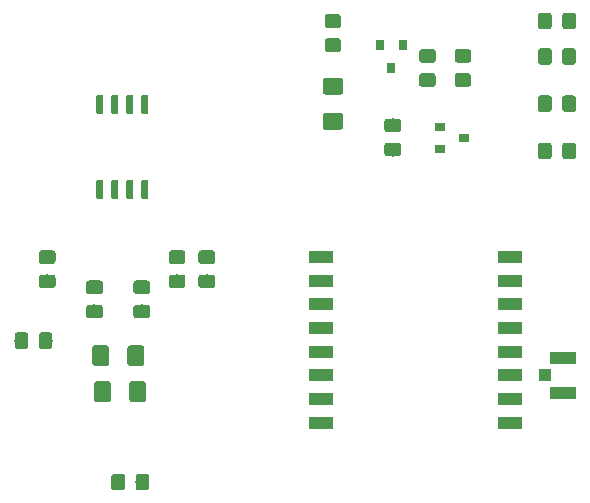
<source format=gbr>
%TF.GenerationSoftware,KiCad,Pcbnew,(5.0.0)*%
%TF.CreationDate,2021-11-24T17:07:04+01:00*%
%TF.ProjectId,Master3A__2,4D617374657233415F5F322E6B696361,rev?*%
%TF.SameCoordinates,Original*%
%TF.FileFunction,Paste,Top*%
%TF.FilePolarity,Positive*%
%FSLAX46Y46*%
G04 Gerber Fmt 4.6, Leading zero omitted, Abs format (unit mm)*
G04 Created by KiCad (PCBNEW (5.0.0)) date 11/24/21 17:07:04*
%MOMM*%
%LPD*%
G01*
G04 APERTURE LIST*
%ADD10C,0.100000*%
%ADD11C,1.425000*%
%ADD12C,1.150000*%
%ADD13R,0.900000X0.800000*%
%ADD14R,0.800000X0.900000*%
%ADD15C,0.600000*%
%ADD16R,2.200000X1.050000*%
%ADD17R,1.050000X1.000000*%
%ADD18R,2.000000X1.000000*%
G04 APERTURE END LIST*
D10*
%TO.C,C1*%
G36*
X255106504Y-91331204D02*
X255130773Y-91334804D01*
X255154571Y-91340765D01*
X255177671Y-91349030D01*
X255199849Y-91359520D01*
X255220893Y-91372133D01*
X255240598Y-91386747D01*
X255258777Y-91403223D01*
X255275253Y-91421402D01*
X255289867Y-91441107D01*
X255302480Y-91462151D01*
X255312970Y-91484329D01*
X255321235Y-91507429D01*
X255327196Y-91531227D01*
X255330796Y-91555496D01*
X255332000Y-91580000D01*
X255332000Y-92505000D01*
X255330796Y-92529504D01*
X255327196Y-92553773D01*
X255321235Y-92577571D01*
X255312970Y-92600671D01*
X255302480Y-92622849D01*
X255289867Y-92643893D01*
X255275253Y-92663598D01*
X255258777Y-92681777D01*
X255240598Y-92698253D01*
X255220893Y-92712867D01*
X255199849Y-92725480D01*
X255177671Y-92735970D01*
X255154571Y-92744235D01*
X255130773Y-92750196D01*
X255106504Y-92753796D01*
X255082000Y-92755000D01*
X253832000Y-92755000D01*
X253807496Y-92753796D01*
X253783227Y-92750196D01*
X253759429Y-92744235D01*
X253736329Y-92735970D01*
X253714151Y-92725480D01*
X253693107Y-92712867D01*
X253673402Y-92698253D01*
X253655223Y-92681777D01*
X253638747Y-92663598D01*
X253624133Y-92643893D01*
X253611520Y-92622849D01*
X253601030Y-92600671D01*
X253592765Y-92577571D01*
X253586804Y-92553773D01*
X253583204Y-92529504D01*
X253582000Y-92505000D01*
X253582000Y-91580000D01*
X253583204Y-91555496D01*
X253586804Y-91531227D01*
X253592765Y-91507429D01*
X253601030Y-91484329D01*
X253611520Y-91462151D01*
X253624133Y-91441107D01*
X253638747Y-91421402D01*
X253655223Y-91403223D01*
X253673402Y-91386747D01*
X253693107Y-91372133D01*
X253714151Y-91359520D01*
X253736329Y-91349030D01*
X253759429Y-91340765D01*
X253783227Y-91334804D01*
X253807496Y-91331204D01*
X253832000Y-91330000D01*
X255082000Y-91330000D01*
X255106504Y-91331204D01*
X255106504Y-91331204D01*
G37*
D11*
X254457000Y-92042500D03*
D10*
G36*
X255106504Y-88356204D02*
X255130773Y-88359804D01*
X255154571Y-88365765D01*
X255177671Y-88374030D01*
X255199849Y-88384520D01*
X255220893Y-88397133D01*
X255240598Y-88411747D01*
X255258777Y-88428223D01*
X255275253Y-88446402D01*
X255289867Y-88466107D01*
X255302480Y-88487151D01*
X255312970Y-88509329D01*
X255321235Y-88532429D01*
X255327196Y-88556227D01*
X255330796Y-88580496D01*
X255332000Y-88605000D01*
X255332000Y-89530000D01*
X255330796Y-89554504D01*
X255327196Y-89578773D01*
X255321235Y-89602571D01*
X255312970Y-89625671D01*
X255302480Y-89647849D01*
X255289867Y-89668893D01*
X255275253Y-89688598D01*
X255258777Y-89706777D01*
X255240598Y-89723253D01*
X255220893Y-89737867D01*
X255199849Y-89750480D01*
X255177671Y-89760970D01*
X255154571Y-89769235D01*
X255130773Y-89775196D01*
X255106504Y-89778796D01*
X255082000Y-89780000D01*
X253832000Y-89780000D01*
X253807496Y-89778796D01*
X253783227Y-89775196D01*
X253759429Y-89769235D01*
X253736329Y-89760970D01*
X253714151Y-89750480D01*
X253693107Y-89737867D01*
X253673402Y-89723253D01*
X253655223Y-89706777D01*
X253638747Y-89688598D01*
X253624133Y-89668893D01*
X253611520Y-89647849D01*
X253601030Y-89625671D01*
X253592765Y-89602571D01*
X253586804Y-89578773D01*
X253583204Y-89554504D01*
X253582000Y-89530000D01*
X253582000Y-88605000D01*
X253583204Y-88580496D01*
X253586804Y-88556227D01*
X253592765Y-88532429D01*
X253601030Y-88509329D01*
X253611520Y-88487151D01*
X253624133Y-88466107D01*
X253638747Y-88446402D01*
X253655223Y-88428223D01*
X253673402Y-88411747D01*
X253693107Y-88397133D01*
X253714151Y-88384520D01*
X253736329Y-88374030D01*
X253759429Y-88365765D01*
X253783227Y-88359804D01*
X253807496Y-88356204D01*
X253832000Y-88355000D01*
X255082000Y-88355000D01*
X255106504Y-88356204D01*
X255106504Y-88356204D01*
G37*
D11*
X254457000Y-89067500D03*
%TD*%
D10*
%TO.C,C2*%
G36*
X235437004Y-114061204D02*
X235461273Y-114064804D01*
X235485071Y-114070765D01*
X235508171Y-114079030D01*
X235530349Y-114089520D01*
X235551393Y-114102133D01*
X235571098Y-114116747D01*
X235589277Y-114133223D01*
X235605753Y-114151402D01*
X235620367Y-114171107D01*
X235632980Y-114192151D01*
X235643470Y-114214329D01*
X235651735Y-114237429D01*
X235657696Y-114261227D01*
X235661296Y-114285496D01*
X235662500Y-114310000D01*
X235662500Y-115560000D01*
X235661296Y-115584504D01*
X235657696Y-115608773D01*
X235651735Y-115632571D01*
X235643470Y-115655671D01*
X235632980Y-115677849D01*
X235620367Y-115698893D01*
X235605753Y-115718598D01*
X235589277Y-115736777D01*
X235571098Y-115753253D01*
X235551393Y-115767867D01*
X235530349Y-115780480D01*
X235508171Y-115790970D01*
X235485071Y-115799235D01*
X235461273Y-115805196D01*
X235437004Y-115808796D01*
X235412500Y-115810000D01*
X234487500Y-115810000D01*
X234462996Y-115808796D01*
X234438727Y-115805196D01*
X234414929Y-115799235D01*
X234391829Y-115790970D01*
X234369651Y-115780480D01*
X234348607Y-115767867D01*
X234328902Y-115753253D01*
X234310723Y-115736777D01*
X234294247Y-115718598D01*
X234279633Y-115698893D01*
X234267020Y-115677849D01*
X234256530Y-115655671D01*
X234248265Y-115632571D01*
X234242304Y-115608773D01*
X234238704Y-115584504D01*
X234237500Y-115560000D01*
X234237500Y-114310000D01*
X234238704Y-114285496D01*
X234242304Y-114261227D01*
X234248265Y-114237429D01*
X234256530Y-114214329D01*
X234267020Y-114192151D01*
X234279633Y-114171107D01*
X234294247Y-114151402D01*
X234310723Y-114133223D01*
X234328902Y-114116747D01*
X234348607Y-114102133D01*
X234369651Y-114089520D01*
X234391829Y-114079030D01*
X234414929Y-114070765D01*
X234438727Y-114064804D01*
X234462996Y-114061204D01*
X234487500Y-114060000D01*
X235412500Y-114060000D01*
X235437004Y-114061204D01*
X235437004Y-114061204D01*
G37*
D11*
X234950000Y-114935000D03*
D10*
G36*
X238412004Y-114061204D02*
X238436273Y-114064804D01*
X238460071Y-114070765D01*
X238483171Y-114079030D01*
X238505349Y-114089520D01*
X238526393Y-114102133D01*
X238546098Y-114116747D01*
X238564277Y-114133223D01*
X238580753Y-114151402D01*
X238595367Y-114171107D01*
X238607980Y-114192151D01*
X238618470Y-114214329D01*
X238626735Y-114237429D01*
X238632696Y-114261227D01*
X238636296Y-114285496D01*
X238637500Y-114310000D01*
X238637500Y-115560000D01*
X238636296Y-115584504D01*
X238632696Y-115608773D01*
X238626735Y-115632571D01*
X238618470Y-115655671D01*
X238607980Y-115677849D01*
X238595367Y-115698893D01*
X238580753Y-115718598D01*
X238564277Y-115736777D01*
X238546098Y-115753253D01*
X238526393Y-115767867D01*
X238505349Y-115780480D01*
X238483171Y-115790970D01*
X238460071Y-115799235D01*
X238436273Y-115805196D01*
X238412004Y-115808796D01*
X238387500Y-115810000D01*
X237462500Y-115810000D01*
X237437996Y-115808796D01*
X237413727Y-115805196D01*
X237389929Y-115799235D01*
X237366829Y-115790970D01*
X237344651Y-115780480D01*
X237323607Y-115767867D01*
X237303902Y-115753253D01*
X237285723Y-115736777D01*
X237269247Y-115718598D01*
X237254633Y-115698893D01*
X237242020Y-115677849D01*
X237231530Y-115655671D01*
X237223265Y-115632571D01*
X237217304Y-115608773D01*
X237213704Y-115584504D01*
X237212500Y-115560000D01*
X237212500Y-114310000D01*
X237213704Y-114285496D01*
X237217304Y-114261227D01*
X237223265Y-114237429D01*
X237231530Y-114214329D01*
X237242020Y-114192151D01*
X237254633Y-114171107D01*
X237269247Y-114151402D01*
X237285723Y-114133223D01*
X237303902Y-114116747D01*
X237323607Y-114102133D01*
X237344651Y-114089520D01*
X237366829Y-114079030D01*
X237389929Y-114070765D01*
X237413727Y-114064804D01*
X237437996Y-114061204D01*
X237462500Y-114060000D01*
X238387500Y-114060000D01*
X238412004Y-114061204D01*
X238412004Y-114061204D01*
G37*
D11*
X237925000Y-114935000D03*
%TD*%
D10*
%TO.C,C3*%
G36*
X238263004Y-111013204D02*
X238287273Y-111016804D01*
X238311071Y-111022765D01*
X238334171Y-111031030D01*
X238356349Y-111041520D01*
X238377393Y-111054133D01*
X238397098Y-111068747D01*
X238415277Y-111085223D01*
X238431753Y-111103402D01*
X238446367Y-111123107D01*
X238458980Y-111144151D01*
X238469470Y-111166329D01*
X238477735Y-111189429D01*
X238483696Y-111213227D01*
X238487296Y-111237496D01*
X238488500Y-111262000D01*
X238488500Y-112512000D01*
X238487296Y-112536504D01*
X238483696Y-112560773D01*
X238477735Y-112584571D01*
X238469470Y-112607671D01*
X238458980Y-112629849D01*
X238446367Y-112650893D01*
X238431753Y-112670598D01*
X238415277Y-112688777D01*
X238397098Y-112705253D01*
X238377393Y-112719867D01*
X238356349Y-112732480D01*
X238334171Y-112742970D01*
X238311071Y-112751235D01*
X238287273Y-112757196D01*
X238263004Y-112760796D01*
X238238500Y-112762000D01*
X237313500Y-112762000D01*
X237288996Y-112760796D01*
X237264727Y-112757196D01*
X237240929Y-112751235D01*
X237217829Y-112742970D01*
X237195651Y-112732480D01*
X237174607Y-112719867D01*
X237154902Y-112705253D01*
X237136723Y-112688777D01*
X237120247Y-112670598D01*
X237105633Y-112650893D01*
X237093020Y-112629849D01*
X237082530Y-112607671D01*
X237074265Y-112584571D01*
X237068304Y-112560773D01*
X237064704Y-112536504D01*
X237063500Y-112512000D01*
X237063500Y-111262000D01*
X237064704Y-111237496D01*
X237068304Y-111213227D01*
X237074265Y-111189429D01*
X237082530Y-111166329D01*
X237093020Y-111144151D01*
X237105633Y-111123107D01*
X237120247Y-111103402D01*
X237136723Y-111085223D01*
X237154902Y-111068747D01*
X237174607Y-111054133D01*
X237195651Y-111041520D01*
X237217829Y-111031030D01*
X237240929Y-111022765D01*
X237264727Y-111016804D01*
X237288996Y-111013204D01*
X237313500Y-111012000D01*
X238238500Y-111012000D01*
X238263004Y-111013204D01*
X238263004Y-111013204D01*
G37*
D11*
X237776000Y-111887000D03*
D10*
G36*
X235288004Y-111013204D02*
X235312273Y-111016804D01*
X235336071Y-111022765D01*
X235359171Y-111031030D01*
X235381349Y-111041520D01*
X235402393Y-111054133D01*
X235422098Y-111068747D01*
X235440277Y-111085223D01*
X235456753Y-111103402D01*
X235471367Y-111123107D01*
X235483980Y-111144151D01*
X235494470Y-111166329D01*
X235502735Y-111189429D01*
X235508696Y-111213227D01*
X235512296Y-111237496D01*
X235513500Y-111262000D01*
X235513500Y-112512000D01*
X235512296Y-112536504D01*
X235508696Y-112560773D01*
X235502735Y-112584571D01*
X235494470Y-112607671D01*
X235483980Y-112629849D01*
X235471367Y-112650893D01*
X235456753Y-112670598D01*
X235440277Y-112688777D01*
X235422098Y-112705253D01*
X235402393Y-112719867D01*
X235381349Y-112732480D01*
X235359171Y-112742970D01*
X235336071Y-112751235D01*
X235312273Y-112757196D01*
X235288004Y-112760796D01*
X235263500Y-112762000D01*
X234338500Y-112762000D01*
X234313996Y-112760796D01*
X234289727Y-112757196D01*
X234265929Y-112751235D01*
X234242829Y-112742970D01*
X234220651Y-112732480D01*
X234199607Y-112719867D01*
X234179902Y-112705253D01*
X234161723Y-112688777D01*
X234145247Y-112670598D01*
X234130633Y-112650893D01*
X234118020Y-112629849D01*
X234107530Y-112607671D01*
X234099265Y-112584571D01*
X234093304Y-112560773D01*
X234089704Y-112536504D01*
X234088500Y-112512000D01*
X234088500Y-111262000D01*
X234089704Y-111237496D01*
X234093304Y-111213227D01*
X234099265Y-111189429D01*
X234107530Y-111166329D01*
X234118020Y-111144151D01*
X234130633Y-111123107D01*
X234145247Y-111103402D01*
X234161723Y-111085223D01*
X234179902Y-111068747D01*
X234199607Y-111054133D01*
X234220651Y-111041520D01*
X234242829Y-111031030D01*
X234265929Y-111022765D01*
X234289727Y-111016804D01*
X234313996Y-111013204D01*
X234338500Y-111012000D01*
X235263500Y-111012000D01*
X235288004Y-111013204D01*
X235288004Y-111013204D01*
G37*
D11*
X234801000Y-111887000D03*
%TD*%
D10*
%TO.C,D1*%
G36*
X274806505Y-82856204D02*
X274830773Y-82859804D01*
X274854572Y-82865765D01*
X274877671Y-82874030D01*
X274899850Y-82884520D01*
X274920893Y-82897132D01*
X274940599Y-82911747D01*
X274958777Y-82928223D01*
X274975253Y-82946401D01*
X274989868Y-82966107D01*
X275002480Y-82987150D01*
X275012970Y-83009329D01*
X275021235Y-83032428D01*
X275027196Y-83056227D01*
X275030796Y-83080495D01*
X275032000Y-83104999D01*
X275032000Y-84005001D01*
X275030796Y-84029505D01*
X275027196Y-84053773D01*
X275021235Y-84077572D01*
X275012970Y-84100671D01*
X275002480Y-84122850D01*
X274989868Y-84143893D01*
X274975253Y-84163599D01*
X274958777Y-84181777D01*
X274940599Y-84198253D01*
X274920893Y-84212868D01*
X274899850Y-84225480D01*
X274877671Y-84235970D01*
X274854572Y-84244235D01*
X274830773Y-84250196D01*
X274806505Y-84253796D01*
X274782001Y-84255000D01*
X274131999Y-84255000D01*
X274107495Y-84253796D01*
X274083227Y-84250196D01*
X274059428Y-84244235D01*
X274036329Y-84235970D01*
X274014150Y-84225480D01*
X273993107Y-84212868D01*
X273973401Y-84198253D01*
X273955223Y-84181777D01*
X273938747Y-84163599D01*
X273924132Y-84143893D01*
X273911520Y-84122850D01*
X273901030Y-84100671D01*
X273892765Y-84077572D01*
X273886804Y-84053773D01*
X273883204Y-84029505D01*
X273882000Y-84005001D01*
X273882000Y-83104999D01*
X273883204Y-83080495D01*
X273886804Y-83056227D01*
X273892765Y-83032428D01*
X273901030Y-83009329D01*
X273911520Y-82987150D01*
X273924132Y-82966107D01*
X273938747Y-82946401D01*
X273955223Y-82928223D01*
X273973401Y-82911747D01*
X273993107Y-82897132D01*
X274014150Y-82884520D01*
X274036329Y-82874030D01*
X274059428Y-82865765D01*
X274083227Y-82859804D01*
X274107495Y-82856204D01*
X274131999Y-82855000D01*
X274782001Y-82855000D01*
X274806505Y-82856204D01*
X274806505Y-82856204D01*
G37*
D12*
X274457000Y-83555000D03*
D10*
G36*
X272756505Y-82856204D02*
X272780773Y-82859804D01*
X272804572Y-82865765D01*
X272827671Y-82874030D01*
X272849850Y-82884520D01*
X272870893Y-82897132D01*
X272890599Y-82911747D01*
X272908777Y-82928223D01*
X272925253Y-82946401D01*
X272939868Y-82966107D01*
X272952480Y-82987150D01*
X272962970Y-83009329D01*
X272971235Y-83032428D01*
X272977196Y-83056227D01*
X272980796Y-83080495D01*
X272982000Y-83104999D01*
X272982000Y-84005001D01*
X272980796Y-84029505D01*
X272977196Y-84053773D01*
X272971235Y-84077572D01*
X272962970Y-84100671D01*
X272952480Y-84122850D01*
X272939868Y-84143893D01*
X272925253Y-84163599D01*
X272908777Y-84181777D01*
X272890599Y-84198253D01*
X272870893Y-84212868D01*
X272849850Y-84225480D01*
X272827671Y-84235970D01*
X272804572Y-84244235D01*
X272780773Y-84250196D01*
X272756505Y-84253796D01*
X272732001Y-84255000D01*
X272081999Y-84255000D01*
X272057495Y-84253796D01*
X272033227Y-84250196D01*
X272009428Y-84244235D01*
X271986329Y-84235970D01*
X271964150Y-84225480D01*
X271943107Y-84212868D01*
X271923401Y-84198253D01*
X271905223Y-84181777D01*
X271888747Y-84163599D01*
X271874132Y-84143893D01*
X271861520Y-84122850D01*
X271851030Y-84100671D01*
X271842765Y-84077572D01*
X271836804Y-84053773D01*
X271833204Y-84029505D01*
X271832000Y-84005001D01*
X271832000Y-83104999D01*
X271833204Y-83080495D01*
X271836804Y-83056227D01*
X271842765Y-83032428D01*
X271851030Y-83009329D01*
X271861520Y-82987150D01*
X271874132Y-82966107D01*
X271888747Y-82946401D01*
X271905223Y-82928223D01*
X271923401Y-82911747D01*
X271943107Y-82897132D01*
X271964150Y-82884520D01*
X271986329Y-82874030D01*
X272009428Y-82865765D01*
X272033227Y-82859804D01*
X272057495Y-82856204D01*
X272081999Y-82855000D01*
X272732001Y-82855000D01*
X272756505Y-82856204D01*
X272756505Y-82856204D01*
G37*
D12*
X272407000Y-83555000D03*
%TD*%
D13*
%TO.C,Q1*%
X265523000Y-93445000D03*
X263523000Y-94395000D03*
X263523000Y-92495000D03*
%TD*%
D14*
%TO.C,Q2*%
X260357000Y-85555000D03*
X258457000Y-85555000D03*
X259407000Y-87555000D03*
%TD*%
D10*
%TO.C,R1*%
G36*
X241750505Y-105027204D02*
X241774773Y-105030804D01*
X241798572Y-105036765D01*
X241821671Y-105045030D01*
X241843850Y-105055520D01*
X241864893Y-105068132D01*
X241884599Y-105082747D01*
X241902777Y-105099223D01*
X241919253Y-105117401D01*
X241933868Y-105137107D01*
X241946480Y-105158150D01*
X241956970Y-105180329D01*
X241965235Y-105203428D01*
X241971196Y-105227227D01*
X241974796Y-105251495D01*
X241976000Y-105275999D01*
X241976000Y-105926001D01*
X241974796Y-105950505D01*
X241971196Y-105974773D01*
X241965235Y-105998572D01*
X241956970Y-106021671D01*
X241946480Y-106043850D01*
X241933868Y-106064893D01*
X241919253Y-106084599D01*
X241902777Y-106102777D01*
X241884599Y-106119253D01*
X241864893Y-106133868D01*
X241843850Y-106146480D01*
X241821671Y-106156970D01*
X241798572Y-106165235D01*
X241774773Y-106171196D01*
X241750505Y-106174796D01*
X241726001Y-106176000D01*
X240825999Y-106176000D01*
X240801495Y-106174796D01*
X240777227Y-106171196D01*
X240753428Y-106165235D01*
X240730329Y-106156970D01*
X240708150Y-106146480D01*
X240687107Y-106133868D01*
X240667401Y-106119253D01*
X240649223Y-106102777D01*
X240632747Y-106084599D01*
X240618132Y-106064893D01*
X240605520Y-106043850D01*
X240595030Y-106021671D01*
X240586765Y-105998572D01*
X240580804Y-105974773D01*
X240577204Y-105950505D01*
X240576000Y-105926001D01*
X240576000Y-105275999D01*
X240577204Y-105251495D01*
X240580804Y-105227227D01*
X240586765Y-105203428D01*
X240595030Y-105180329D01*
X240605520Y-105158150D01*
X240618132Y-105137107D01*
X240632747Y-105117401D01*
X240649223Y-105099223D01*
X240667401Y-105082747D01*
X240687107Y-105068132D01*
X240708150Y-105055520D01*
X240730329Y-105045030D01*
X240753428Y-105036765D01*
X240777227Y-105030804D01*
X240801495Y-105027204D01*
X240825999Y-105026000D01*
X241726001Y-105026000D01*
X241750505Y-105027204D01*
X241750505Y-105027204D01*
G37*
D12*
X241276000Y-105601000D03*
D10*
G36*
X241750505Y-102977204D02*
X241774773Y-102980804D01*
X241798572Y-102986765D01*
X241821671Y-102995030D01*
X241843850Y-103005520D01*
X241864893Y-103018132D01*
X241884599Y-103032747D01*
X241902777Y-103049223D01*
X241919253Y-103067401D01*
X241933868Y-103087107D01*
X241946480Y-103108150D01*
X241956970Y-103130329D01*
X241965235Y-103153428D01*
X241971196Y-103177227D01*
X241974796Y-103201495D01*
X241976000Y-103225999D01*
X241976000Y-103876001D01*
X241974796Y-103900505D01*
X241971196Y-103924773D01*
X241965235Y-103948572D01*
X241956970Y-103971671D01*
X241946480Y-103993850D01*
X241933868Y-104014893D01*
X241919253Y-104034599D01*
X241902777Y-104052777D01*
X241884599Y-104069253D01*
X241864893Y-104083868D01*
X241843850Y-104096480D01*
X241821671Y-104106970D01*
X241798572Y-104115235D01*
X241774773Y-104121196D01*
X241750505Y-104124796D01*
X241726001Y-104126000D01*
X240825999Y-104126000D01*
X240801495Y-104124796D01*
X240777227Y-104121196D01*
X240753428Y-104115235D01*
X240730329Y-104106970D01*
X240708150Y-104096480D01*
X240687107Y-104083868D01*
X240667401Y-104069253D01*
X240649223Y-104052777D01*
X240632747Y-104034599D01*
X240618132Y-104014893D01*
X240605520Y-103993850D01*
X240595030Y-103971671D01*
X240586765Y-103948572D01*
X240580804Y-103924773D01*
X240577204Y-103900505D01*
X240576000Y-103876001D01*
X240576000Y-103225999D01*
X240577204Y-103201495D01*
X240580804Y-103177227D01*
X240586765Y-103153428D01*
X240595030Y-103130329D01*
X240605520Y-103108150D01*
X240618132Y-103087107D01*
X240632747Y-103067401D01*
X240649223Y-103049223D01*
X240667401Y-103032747D01*
X240687107Y-103018132D01*
X240708150Y-103005520D01*
X240730329Y-102995030D01*
X240753428Y-102986765D01*
X240777227Y-102980804D01*
X240801495Y-102977204D01*
X240825999Y-102976000D01*
X241726001Y-102976000D01*
X241750505Y-102977204D01*
X241750505Y-102977204D01*
G37*
D12*
X241276000Y-103551000D03*
%TD*%
D10*
%TO.C,R2*%
G36*
X230491505Y-109918204D02*
X230515773Y-109921804D01*
X230539572Y-109927765D01*
X230562671Y-109936030D01*
X230584850Y-109946520D01*
X230605893Y-109959132D01*
X230625599Y-109973747D01*
X230643777Y-109990223D01*
X230660253Y-110008401D01*
X230674868Y-110028107D01*
X230687480Y-110049150D01*
X230697970Y-110071329D01*
X230706235Y-110094428D01*
X230712196Y-110118227D01*
X230715796Y-110142495D01*
X230717000Y-110166999D01*
X230717000Y-111067001D01*
X230715796Y-111091505D01*
X230712196Y-111115773D01*
X230706235Y-111139572D01*
X230697970Y-111162671D01*
X230687480Y-111184850D01*
X230674868Y-111205893D01*
X230660253Y-111225599D01*
X230643777Y-111243777D01*
X230625599Y-111260253D01*
X230605893Y-111274868D01*
X230584850Y-111287480D01*
X230562671Y-111297970D01*
X230539572Y-111306235D01*
X230515773Y-111312196D01*
X230491505Y-111315796D01*
X230467001Y-111317000D01*
X229816999Y-111317000D01*
X229792495Y-111315796D01*
X229768227Y-111312196D01*
X229744428Y-111306235D01*
X229721329Y-111297970D01*
X229699150Y-111287480D01*
X229678107Y-111274868D01*
X229658401Y-111260253D01*
X229640223Y-111243777D01*
X229623747Y-111225599D01*
X229609132Y-111205893D01*
X229596520Y-111184850D01*
X229586030Y-111162671D01*
X229577765Y-111139572D01*
X229571804Y-111115773D01*
X229568204Y-111091505D01*
X229567000Y-111067001D01*
X229567000Y-110166999D01*
X229568204Y-110142495D01*
X229571804Y-110118227D01*
X229577765Y-110094428D01*
X229586030Y-110071329D01*
X229596520Y-110049150D01*
X229609132Y-110028107D01*
X229623747Y-110008401D01*
X229640223Y-109990223D01*
X229658401Y-109973747D01*
X229678107Y-109959132D01*
X229699150Y-109946520D01*
X229721329Y-109936030D01*
X229744428Y-109927765D01*
X229768227Y-109921804D01*
X229792495Y-109918204D01*
X229816999Y-109917000D01*
X230467001Y-109917000D01*
X230491505Y-109918204D01*
X230491505Y-109918204D01*
G37*
D12*
X230142000Y-110617000D03*
D10*
G36*
X228441505Y-109918204D02*
X228465773Y-109921804D01*
X228489572Y-109927765D01*
X228512671Y-109936030D01*
X228534850Y-109946520D01*
X228555893Y-109959132D01*
X228575599Y-109973747D01*
X228593777Y-109990223D01*
X228610253Y-110008401D01*
X228624868Y-110028107D01*
X228637480Y-110049150D01*
X228647970Y-110071329D01*
X228656235Y-110094428D01*
X228662196Y-110118227D01*
X228665796Y-110142495D01*
X228667000Y-110166999D01*
X228667000Y-111067001D01*
X228665796Y-111091505D01*
X228662196Y-111115773D01*
X228656235Y-111139572D01*
X228647970Y-111162671D01*
X228637480Y-111184850D01*
X228624868Y-111205893D01*
X228610253Y-111225599D01*
X228593777Y-111243777D01*
X228575599Y-111260253D01*
X228555893Y-111274868D01*
X228534850Y-111287480D01*
X228512671Y-111297970D01*
X228489572Y-111306235D01*
X228465773Y-111312196D01*
X228441505Y-111315796D01*
X228417001Y-111317000D01*
X227766999Y-111317000D01*
X227742495Y-111315796D01*
X227718227Y-111312196D01*
X227694428Y-111306235D01*
X227671329Y-111297970D01*
X227649150Y-111287480D01*
X227628107Y-111274868D01*
X227608401Y-111260253D01*
X227590223Y-111243777D01*
X227573747Y-111225599D01*
X227559132Y-111205893D01*
X227546520Y-111184850D01*
X227536030Y-111162671D01*
X227527765Y-111139572D01*
X227521804Y-111115773D01*
X227518204Y-111091505D01*
X227517000Y-111067001D01*
X227517000Y-110166999D01*
X227518204Y-110142495D01*
X227521804Y-110118227D01*
X227527765Y-110094428D01*
X227536030Y-110071329D01*
X227546520Y-110049150D01*
X227559132Y-110028107D01*
X227573747Y-110008401D01*
X227590223Y-109990223D01*
X227608401Y-109973747D01*
X227628107Y-109959132D01*
X227649150Y-109946520D01*
X227671329Y-109936030D01*
X227694428Y-109927765D01*
X227718227Y-109921804D01*
X227742495Y-109918204D01*
X227766999Y-109917000D01*
X228417001Y-109917000D01*
X228441505Y-109918204D01*
X228441505Y-109918204D01*
G37*
D12*
X228092000Y-110617000D03*
%TD*%
D10*
%TO.C,R3*%
G36*
X244250505Y-105027204D02*
X244274773Y-105030804D01*
X244298572Y-105036765D01*
X244321671Y-105045030D01*
X244343850Y-105055520D01*
X244364893Y-105068132D01*
X244384599Y-105082747D01*
X244402777Y-105099223D01*
X244419253Y-105117401D01*
X244433868Y-105137107D01*
X244446480Y-105158150D01*
X244456970Y-105180329D01*
X244465235Y-105203428D01*
X244471196Y-105227227D01*
X244474796Y-105251495D01*
X244476000Y-105275999D01*
X244476000Y-105926001D01*
X244474796Y-105950505D01*
X244471196Y-105974773D01*
X244465235Y-105998572D01*
X244456970Y-106021671D01*
X244446480Y-106043850D01*
X244433868Y-106064893D01*
X244419253Y-106084599D01*
X244402777Y-106102777D01*
X244384599Y-106119253D01*
X244364893Y-106133868D01*
X244343850Y-106146480D01*
X244321671Y-106156970D01*
X244298572Y-106165235D01*
X244274773Y-106171196D01*
X244250505Y-106174796D01*
X244226001Y-106176000D01*
X243325999Y-106176000D01*
X243301495Y-106174796D01*
X243277227Y-106171196D01*
X243253428Y-106165235D01*
X243230329Y-106156970D01*
X243208150Y-106146480D01*
X243187107Y-106133868D01*
X243167401Y-106119253D01*
X243149223Y-106102777D01*
X243132747Y-106084599D01*
X243118132Y-106064893D01*
X243105520Y-106043850D01*
X243095030Y-106021671D01*
X243086765Y-105998572D01*
X243080804Y-105974773D01*
X243077204Y-105950505D01*
X243076000Y-105926001D01*
X243076000Y-105275999D01*
X243077204Y-105251495D01*
X243080804Y-105227227D01*
X243086765Y-105203428D01*
X243095030Y-105180329D01*
X243105520Y-105158150D01*
X243118132Y-105137107D01*
X243132747Y-105117401D01*
X243149223Y-105099223D01*
X243167401Y-105082747D01*
X243187107Y-105068132D01*
X243208150Y-105055520D01*
X243230329Y-105045030D01*
X243253428Y-105036765D01*
X243277227Y-105030804D01*
X243301495Y-105027204D01*
X243325999Y-105026000D01*
X244226001Y-105026000D01*
X244250505Y-105027204D01*
X244250505Y-105027204D01*
G37*
D12*
X243776000Y-105601000D03*
D10*
G36*
X244250505Y-102977204D02*
X244274773Y-102980804D01*
X244298572Y-102986765D01*
X244321671Y-102995030D01*
X244343850Y-103005520D01*
X244364893Y-103018132D01*
X244384599Y-103032747D01*
X244402777Y-103049223D01*
X244419253Y-103067401D01*
X244433868Y-103087107D01*
X244446480Y-103108150D01*
X244456970Y-103130329D01*
X244465235Y-103153428D01*
X244471196Y-103177227D01*
X244474796Y-103201495D01*
X244476000Y-103225999D01*
X244476000Y-103876001D01*
X244474796Y-103900505D01*
X244471196Y-103924773D01*
X244465235Y-103948572D01*
X244456970Y-103971671D01*
X244446480Y-103993850D01*
X244433868Y-104014893D01*
X244419253Y-104034599D01*
X244402777Y-104052777D01*
X244384599Y-104069253D01*
X244364893Y-104083868D01*
X244343850Y-104096480D01*
X244321671Y-104106970D01*
X244298572Y-104115235D01*
X244274773Y-104121196D01*
X244250505Y-104124796D01*
X244226001Y-104126000D01*
X243325999Y-104126000D01*
X243301495Y-104124796D01*
X243277227Y-104121196D01*
X243253428Y-104115235D01*
X243230329Y-104106970D01*
X243208150Y-104096480D01*
X243187107Y-104083868D01*
X243167401Y-104069253D01*
X243149223Y-104052777D01*
X243132747Y-104034599D01*
X243118132Y-104014893D01*
X243105520Y-103993850D01*
X243095030Y-103971671D01*
X243086765Y-103948572D01*
X243080804Y-103924773D01*
X243077204Y-103900505D01*
X243076000Y-103876001D01*
X243076000Y-103225999D01*
X243077204Y-103201495D01*
X243080804Y-103177227D01*
X243086765Y-103153428D01*
X243095030Y-103130329D01*
X243105520Y-103108150D01*
X243118132Y-103087107D01*
X243132747Y-103067401D01*
X243149223Y-103049223D01*
X243167401Y-103032747D01*
X243187107Y-103018132D01*
X243208150Y-103005520D01*
X243230329Y-102995030D01*
X243253428Y-102986765D01*
X243277227Y-102980804D01*
X243301495Y-102977204D01*
X243325999Y-102976000D01*
X244226001Y-102976000D01*
X244250505Y-102977204D01*
X244250505Y-102977204D01*
G37*
D12*
X243776000Y-103551000D03*
%TD*%
D10*
%TO.C,R4*%
G36*
X230750505Y-102977204D02*
X230774773Y-102980804D01*
X230798572Y-102986765D01*
X230821671Y-102995030D01*
X230843850Y-103005520D01*
X230864893Y-103018132D01*
X230884599Y-103032747D01*
X230902777Y-103049223D01*
X230919253Y-103067401D01*
X230933868Y-103087107D01*
X230946480Y-103108150D01*
X230956970Y-103130329D01*
X230965235Y-103153428D01*
X230971196Y-103177227D01*
X230974796Y-103201495D01*
X230976000Y-103225999D01*
X230976000Y-103876001D01*
X230974796Y-103900505D01*
X230971196Y-103924773D01*
X230965235Y-103948572D01*
X230956970Y-103971671D01*
X230946480Y-103993850D01*
X230933868Y-104014893D01*
X230919253Y-104034599D01*
X230902777Y-104052777D01*
X230884599Y-104069253D01*
X230864893Y-104083868D01*
X230843850Y-104096480D01*
X230821671Y-104106970D01*
X230798572Y-104115235D01*
X230774773Y-104121196D01*
X230750505Y-104124796D01*
X230726001Y-104126000D01*
X229825999Y-104126000D01*
X229801495Y-104124796D01*
X229777227Y-104121196D01*
X229753428Y-104115235D01*
X229730329Y-104106970D01*
X229708150Y-104096480D01*
X229687107Y-104083868D01*
X229667401Y-104069253D01*
X229649223Y-104052777D01*
X229632747Y-104034599D01*
X229618132Y-104014893D01*
X229605520Y-103993850D01*
X229595030Y-103971671D01*
X229586765Y-103948572D01*
X229580804Y-103924773D01*
X229577204Y-103900505D01*
X229576000Y-103876001D01*
X229576000Y-103225999D01*
X229577204Y-103201495D01*
X229580804Y-103177227D01*
X229586765Y-103153428D01*
X229595030Y-103130329D01*
X229605520Y-103108150D01*
X229618132Y-103087107D01*
X229632747Y-103067401D01*
X229649223Y-103049223D01*
X229667401Y-103032747D01*
X229687107Y-103018132D01*
X229708150Y-103005520D01*
X229730329Y-102995030D01*
X229753428Y-102986765D01*
X229777227Y-102980804D01*
X229801495Y-102977204D01*
X229825999Y-102976000D01*
X230726001Y-102976000D01*
X230750505Y-102977204D01*
X230750505Y-102977204D01*
G37*
D12*
X230276000Y-103551000D03*
D10*
G36*
X230750505Y-105027204D02*
X230774773Y-105030804D01*
X230798572Y-105036765D01*
X230821671Y-105045030D01*
X230843850Y-105055520D01*
X230864893Y-105068132D01*
X230884599Y-105082747D01*
X230902777Y-105099223D01*
X230919253Y-105117401D01*
X230933868Y-105137107D01*
X230946480Y-105158150D01*
X230956970Y-105180329D01*
X230965235Y-105203428D01*
X230971196Y-105227227D01*
X230974796Y-105251495D01*
X230976000Y-105275999D01*
X230976000Y-105926001D01*
X230974796Y-105950505D01*
X230971196Y-105974773D01*
X230965235Y-105998572D01*
X230956970Y-106021671D01*
X230946480Y-106043850D01*
X230933868Y-106064893D01*
X230919253Y-106084599D01*
X230902777Y-106102777D01*
X230884599Y-106119253D01*
X230864893Y-106133868D01*
X230843850Y-106146480D01*
X230821671Y-106156970D01*
X230798572Y-106165235D01*
X230774773Y-106171196D01*
X230750505Y-106174796D01*
X230726001Y-106176000D01*
X229825999Y-106176000D01*
X229801495Y-106174796D01*
X229777227Y-106171196D01*
X229753428Y-106165235D01*
X229730329Y-106156970D01*
X229708150Y-106146480D01*
X229687107Y-106133868D01*
X229667401Y-106119253D01*
X229649223Y-106102777D01*
X229632747Y-106084599D01*
X229618132Y-106064893D01*
X229605520Y-106043850D01*
X229595030Y-106021671D01*
X229586765Y-105998572D01*
X229580804Y-105974773D01*
X229577204Y-105950505D01*
X229576000Y-105926001D01*
X229576000Y-105275999D01*
X229577204Y-105251495D01*
X229580804Y-105227227D01*
X229586765Y-105203428D01*
X229595030Y-105180329D01*
X229605520Y-105158150D01*
X229618132Y-105137107D01*
X229632747Y-105117401D01*
X229649223Y-105099223D01*
X229667401Y-105082747D01*
X229687107Y-105068132D01*
X229708150Y-105055520D01*
X229730329Y-105045030D01*
X229753428Y-105036765D01*
X229777227Y-105030804D01*
X229801495Y-105027204D01*
X229825999Y-105026000D01*
X230726001Y-105026000D01*
X230750505Y-105027204D01*
X230750505Y-105027204D01*
G37*
D12*
X230276000Y-105601000D03*
%TD*%
D10*
%TO.C,R5*%
G36*
X274806505Y-85856204D02*
X274830773Y-85859804D01*
X274854572Y-85865765D01*
X274877671Y-85874030D01*
X274899850Y-85884520D01*
X274920893Y-85897132D01*
X274940599Y-85911747D01*
X274958777Y-85928223D01*
X274975253Y-85946401D01*
X274989868Y-85966107D01*
X275002480Y-85987150D01*
X275012970Y-86009329D01*
X275021235Y-86032428D01*
X275027196Y-86056227D01*
X275030796Y-86080495D01*
X275032000Y-86104999D01*
X275032000Y-87005001D01*
X275030796Y-87029505D01*
X275027196Y-87053773D01*
X275021235Y-87077572D01*
X275012970Y-87100671D01*
X275002480Y-87122850D01*
X274989868Y-87143893D01*
X274975253Y-87163599D01*
X274958777Y-87181777D01*
X274940599Y-87198253D01*
X274920893Y-87212868D01*
X274899850Y-87225480D01*
X274877671Y-87235970D01*
X274854572Y-87244235D01*
X274830773Y-87250196D01*
X274806505Y-87253796D01*
X274782001Y-87255000D01*
X274131999Y-87255000D01*
X274107495Y-87253796D01*
X274083227Y-87250196D01*
X274059428Y-87244235D01*
X274036329Y-87235970D01*
X274014150Y-87225480D01*
X273993107Y-87212868D01*
X273973401Y-87198253D01*
X273955223Y-87181777D01*
X273938747Y-87163599D01*
X273924132Y-87143893D01*
X273911520Y-87122850D01*
X273901030Y-87100671D01*
X273892765Y-87077572D01*
X273886804Y-87053773D01*
X273883204Y-87029505D01*
X273882000Y-87005001D01*
X273882000Y-86104999D01*
X273883204Y-86080495D01*
X273886804Y-86056227D01*
X273892765Y-86032428D01*
X273901030Y-86009329D01*
X273911520Y-85987150D01*
X273924132Y-85966107D01*
X273938747Y-85946401D01*
X273955223Y-85928223D01*
X273973401Y-85911747D01*
X273993107Y-85897132D01*
X274014150Y-85884520D01*
X274036329Y-85874030D01*
X274059428Y-85865765D01*
X274083227Y-85859804D01*
X274107495Y-85856204D01*
X274131999Y-85855000D01*
X274782001Y-85855000D01*
X274806505Y-85856204D01*
X274806505Y-85856204D01*
G37*
D12*
X274457000Y-86555000D03*
D10*
G36*
X272756505Y-85856204D02*
X272780773Y-85859804D01*
X272804572Y-85865765D01*
X272827671Y-85874030D01*
X272849850Y-85884520D01*
X272870893Y-85897132D01*
X272890599Y-85911747D01*
X272908777Y-85928223D01*
X272925253Y-85946401D01*
X272939868Y-85966107D01*
X272952480Y-85987150D01*
X272962970Y-86009329D01*
X272971235Y-86032428D01*
X272977196Y-86056227D01*
X272980796Y-86080495D01*
X272982000Y-86104999D01*
X272982000Y-87005001D01*
X272980796Y-87029505D01*
X272977196Y-87053773D01*
X272971235Y-87077572D01*
X272962970Y-87100671D01*
X272952480Y-87122850D01*
X272939868Y-87143893D01*
X272925253Y-87163599D01*
X272908777Y-87181777D01*
X272890599Y-87198253D01*
X272870893Y-87212868D01*
X272849850Y-87225480D01*
X272827671Y-87235970D01*
X272804572Y-87244235D01*
X272780773Y-87250196D01*
X272756505Y-87253796D01*
X272732001Y-87255000D01*
X272081999Y-87255000D01*
X272057495Y-87253796D01*
X272033227Y-87250196D01*
X272009428Y-87244235D01*
X271986329Y-87235970D01*
X271964150Y-87225480D01*
X271943107Y-87212868D01*
X271923401Y-87198253D01*
X271905223Y-87181777D01*
X271888747Y-87163599D01*
X271874132Y-87143893D01*
X271861520Y-87122850D01*
X271851030Y-87100671D01*
X271842765Y-87077572D01*
X271836804Y-87053773D01*
X271833204Y-87029505D01*
X271832000Y-87005001D01*
X271832000Y-86104999D01*
X271833204Y-86080495D01*
X271836804Y-86056227D01*
X271842765Y-86032428D01*
X271851030Y-86009329D01*
X271861520Y-85987150D01*
X271874132Y-85966107D01*
X271888747Y-85946401D01*
X271905223Y-85928223D01*
X271923401Y-85911747D01*
X271943107Y-85897132D01*
X271964150Y-85884520D01*
X271986329Y-85874030D01*
X272009428Y-85865765D01*
X272033227Y-85859804D01*
X272057495Y-85856204D01*
X272081999Y-85855000D01*
X272732001Y-85855000D01*
X272756505Y-85856204D01*
X272756505Y-85856204D01*
G37*
D12*
X272407000Y-86555000D03*
%TD*%
D10*
%TO.C,R6*%
G36*
X238750505Y-107577204D02*
X238774773Y-107580804D01*
X238798572Y-107586765D01*
X238821671Y-107595030D01*
X238843850Y-107605520D01*
X238864893Y-107618132D01*
X238884599Y-107632747D01*
X238902777Y-107649223D01*
X238919253Y-107667401D01*
X238933868Y-107687107D01*
X238946480Y-107708150D01*
X238956970Y-107730329D01*
X238965235Y-107753428D01*
X238971196Y-107777227D01*
X238974796Y-107801495D01*
X238976000Y-107825999D01*
X238976000Y-108476001D01*
X238974796Y-108500505D01*
X238971196Y-108524773D01*
X238965235Y-108548572D01*
X238956970Y-108571671D01*
X238946480Y-108593850D01*
X238933868Y-108614893D01*
X238919253Y-108634599D01*
X238902777Y-108652777D01*
X238884599Y-108669253D01*
X238864893Y-108683868D01*
X238843850Y-108696480D01*
X238821671Y-108706970D01*
X238798572Y-108715235D01*
X238774773Y-108721196D01*
X238750505Y-108724796D01*
X238726001Y-108726000D01*
X237825999Y-108726000D01*
X237801495Y-108724796D01*
X237777227Y-108721196D01*
X237753428Y-108715235D01*
X237730329Y-108706970D01*
X237708150Y-108696480D01*
X237687107Y-108683868D01*
X237667401Y-108669253D01*
X237649223Y-108652777D01*
X237632747Y-108634599D01*
X237618132Y-108614893D01*
X237605520Y-108593850D01*
X237595030Y-108571671D01*
X237586765Y-108548572D01*
X237580804Y-108524773D01*
X237577204Y-108500505D01*
X237576000Y-108476001D01*
X237576000Y-107825999D01*
X237577204Y-107801495D01*
X237580804Y-107777227D01*
X237586765Y-107753428D01*
X237595030Y-107730329D01*
X237605520Y-107708150D01*
X237618132Y-107687107D01*
X237632747Y-107667401D01*
X237649223Y-107649223D01*
X237667401Y-107632747D01*
X237687107Y-107618132D01*
X237708150Y-107605520D01*
X237730329Y-107595030D01*
X237753428Y-107586765D01*
X237777227Y-107580804D01*
X237801495Y-107577204D01*
X237825999Y-107576000D01*
X238726001Y-107576000D01*
X238750505Y-107577204D01*
X238750505Y-107577204D01*
G37*
D12*
X238276000Y-108151000D03*
D10*
G36*
X238750505Y-105527204D02*
X238774773Y-105530804D01*
X238798572Y-105536765D01*
X238821671Y-105545030D01*
X238843850Y-105555520D01*
X238864893Y-105568132D01*
X238884599Y-105582747D01*
X238902777Y-105599223D01*
X238919253Y-105617401D01*
X238933868Y-105637107D01*
X238946480Y-105658150D01*
X238956970Y-105680329D01*
X238965235Y-105703428D01*
X238971196Y-105727227D01*
X238974796Y-105751495D01*
X238976000Y-105775999D01*
X238976000Y-106426001D01*
X238974796Y-106450505D01*
X238971196Y-106474773D01*
X238965235Y-106498572D01*
X238956970Y-106521671D01*
X238946480Y-106543850D01*
X238933868Y-106564893D01*
X238919253Y-106584599D01*
X238902777Y-106602777D01*
X238884599Y-106619253D01*
X238864893Y-106633868D01*
X238843850Y-106646480D01*
X238821671Y-106656970D01*
X238798572Y-106665235D01*
X238774773Y-106671196D01*
X238750505Y-106674796D01*
X238726001Y-106676000D01*
X237825999Y-106676000D01*
X237801495Y-106674796D01*
X237777227Y-106671196D01*
X237753428Y-106665235D01*
X237730329Y-106656970D01*
X237708150Y-106646480D01*
X237687107Y-106633868D01*
X237667401Y-106619253D01*
X237649223Y-106602777D01*
X237632747Y-106584599D01*
X237618132Y-106564893D01*
X237605520Y-106543850D01*
X237595030Y-106521671D01*
X237586765Y-106498572D01*
X237580804Y-106474773D01*
X237577204Y-106450505D01*
X237576000Y-106426001D01*
X237576000Y-105775999D01*
X237577204Y-105751495D01*
X237580804Y-105727227D01*
X237586765Y-105703428D01*
X237595030Y-105680329D01*
X237605520Y-105658150D01*
X237618132Y-105637107D01*
X237632747Y-105617401D01*
X237649223Y-105599223D01*
X237667401Y-105582747D01*
X237687107Y-105568132D01*
X237708150Y-105555520D01*
X237730329Y-105545030D01*
X237753428Y-105536765D01*
X237777227Y-105530804D01*
X237801495Y-105527204D01*
X237825999Y-105526000D01*
X238726001Y-105526000D01*
X238750505Y-105527204D01*
X238750505Y-105527204D01*
G37*
D12*
X238276000Y-106101000D03*
%TD*%
D10*
%TO.C,R7*%
G36*
X234750505Y-107577204D02*
X234774773Y-107580804D01*
X234798572Y-107586765D01*
X234821671Y-107595030D01*
X234843850Y-107605520D01*
X234864893Y-107618132D01*
X234884599Y-107632747D01*
X234902777Y-107649223D01*
X234919253Y-107667401D01*
X234933868Y-107687107D01*
X234946480Y-107708150D01*
X234956970Y-107730329D01*
X234965235Y-107753428D01*
X234971196Y-107777227D01*
X234974796Y-107801495D01*
X234976000Y-107825999D01*
X234976000Y-108476001D01*
X234974796Y-108500505D01*
X234971196Y-108524773D01*
X234965235Y-108548572D01*
X234956970Y-108571671D01*
X234946480Y-108593850D01*
X234933868Y-108614893D01*
X234919253Y-108634599D01*
X234902777Y-108652777D01*
X234884599Y-108669253D01*
X234864893Y-108683868D01*
X234843850Y-108696480D01*
X234821671Y-108706970D01*
X234798572Y-108715235D01*
X234774773Y-108721196D01*
X234750505Y-108724796D01*
X234726001Y-108726000D01*
X233825999Y-108726000D01*
X233801495Y-108724796D01*
X233777227Y-108721196D01*
X233753428Y-108715235D01*
X233730329Y-108706970D01*
X233708150Y-108696480D01*
X233687107Y-108683868D01*
X233667401Y-108669253D01*
X233649223Y-108652777D01*
X233632747Y-108634599D01*
X233618132Y-108614893D01*
X233605520Y-108593850D01*
X233595030Y-108571671D01*
X233586765Y-108548572D01*
X233580804Y-108524773D01*
X233577204Y-108500505D01*
X233576000Y-108476001D01*
X233576000Y-107825999D01*
X233577204Y-107801495D01*
X233580804Y-107777227D01*
X233586765Y-107753428D01*
X233595030Y-107730329D01*
X233605520Y-107708150D01*
X233618132Y-107687107D01*
X233632747Y-107667401D01*
X233649223Y-107649223D01*
X233667401Y-107632747D01*
X233687107Y-107618132D01*
X233708150Y-107605520D01*
X233730329Y-107595030D01*
X233753428Y-107586765D01*
X233777227Y-107580804D01*
X233801495Y-107577204D01*
X233825999Y-107576000D01*
X234726001Y-107576000D01*
X234750505Y-107577204D01*
X234750505Y-107577204D01*
G37*
D12*
X234276000Y-108151000D03*
D10*
G36*
X234750505Y-105527204D02*
X234774773Y-105530804D01*
X234798572Y-105536765D01*
X234821671Y-105545030D01*
X234843850Y-105555520D01*
X234864893Y-105568132D01*
X234884599Y-105582747D01*
X234902777Y-105599223D01*
X234919253Y-105617401D01*
X234933868Y-105637107D01*
X234946480Y-105658150D01*
X234956970Y-105680329D01*
X234965235Y-105703428D01*
X234971196Y-105727227D01*
X234974796Y-105751495D01*
X234976000Y-105775999D01*
X234976000Y-106426001D01*
X234974796Y-106450505D01*
X234971196Y-106474773D01*
X234965235Y-106498572D01*
X234956970Y-106521671D01*
X234946480Y-106543850D01*
X234933868Y-106564893D01*
X234919253Y-106584599D01*
X234902777Y-106602777D01*
X234884599Y-106619253D01*
X234864893Y-106633868D01*
X234843850Y-106646480D01*
X234821671Y-106656970D01*
X234798572Y-106665235D01*
X234774773Y-106671196D01*
X234750505Y-106674796D01*
X234726001Y-106676000D01*
X233825999Y-106676000D01*
X233801495Y-106674796D01*
X233777227Y-106671196D01*
X233753428Y-106665235D01*
X233730329Y-106656970D01*
X233708150Y-106646480D01*
X233687107Y-106633868D01*
X233667401Y-106619253D01*
X233649223Y-106602777D01*
X233632747Y-106584599D01*
X233618132Y-106564893D01*
X233605520Y-106543850D01*
X233595030Y-106521671D01*
X233586765Y-106498572D01*
X233580804Y-106474773D01*
X233577204Y-106450505D01*
X233576000Y-106426001D01*
X233576000Y-105775999D01*
X233577204Y-105751495D01*
X233580804Y-105727227D01*
X233586765Y-105703428D01*
X233595030Y-105680329D01*
X233605520Y-105658150D01*
X233618132Y-105637107D01*
X233632747Y-105617401D01*
X233649223Y-105599223D01*
X233667401Y-105582747D01*
X233687107Y-105568132D01*
X233708150Y-105555520D01*
X233730329Y-105545030D01*
X233753428Y-105536765D01*
X233777227Y-105530804D01*
X233801495Y-105527204D01*
X233825999Y-105526000D01*
X234726001Y-105526000D01*
X234750505Y-105527204D01*
X234750505Y-105527204D01*
G37*
D12*
X234276000Y-106101000D03*
%TD*%
D10*
%TO.C,R8*%
G36*
X236625505Y-121902204D02*
X236649773Y-121905804D01*
X236673572Y-121911765D01*
X236696671Y-121920030D01*
X236718850Y-121930520D01*
X236739893Y-121943132D01*
X236759599Y-121957747D01*
X236777777Y-121974223D01*
X236794253Y-121992401D01*
X236808868Y-122012107D01*
X236821480Y-122033150D01*
X236831970Y-122055329D01*
X236840235Y-122078428D01*
X236846196Y-122102227D01*
X236849796Y-122126495D01*
X236851000Y-122150999D01*
X236851000Y-123051001D01*
X236849796Y-123075505D01*
X236846196Y-123099773D01*
X236840235Y-123123572D01*
X236831970Y-123146671D01*
X236821480Y-123168850D01*
X236808868Y-123189893D01*
X236794253Y-123209599D01*
X236777777Y-123227777D01*
X236759599Y-123244253D01*
X236739893Y-123258868D01*
X236718850Y-123271480D01*
X236696671Y-123281970D01*
X236673572Y-123290235D01*
X236649773Y-123296196D01*
X236625505Y-123299796D01*
X236601001Y-123301000D01*
X235950999Y-123301000D01*
X235926495Y-123299796D01*
X235902227Y-123296196D01*
X235878428Y-123290235D01*
X235855329Y-123281970D01*
X235833150Y-123271480D01*
X235812107Y-123258868D01*
X235792401Y-123244253D01*
X235774223Y-123227777D01*
X235757747Y-123209599D01*
X235743132Y-123189893D01*
X235730520Y-123168850D01*
X235720030Y-123146671D01*
X235711765Y-123123572D01*
X235705804Y-123099773D01*
X235702204Y-123075505D01*
X235701000Y-123051001D01*
X235701000Y-122150999D01*
X235702204Y-122126495D01*
X235705804Y-122102227D01*
X235711765Y-122078428D01*
X235720030Y-122055329D01*
X235730520Y-122033150D01*
X235743132Y-122012107D01*
X235757747Y-121992401D01*
X235774223Y-121974223D01*
X235792401Y-121957747D01*
X235812107Y-121943132D01*
X235833150Y-121930520D01*
X235855329Y-121920030D01*
X235878428Y-121911765D01*
X235902227Y-121905804D01*
X235926495Y-121902204D01*
X235950999Y-121901000D01*
X236601001Y-121901000D01*
X236625505Y-121902204D01*
X236625505Y-121902204D01*
G37*
D12*
X236276000Y-122601000D03*
D10*
G36*
X238675505Y-121902204D02*
X238699773Y-121905804D01*
X238723572Y-121911765D01*
X238746671Y-121920030D01*
X238768850Y-121930520D01*
X238789893Y-121943132D01*
X238809599Y-121957747D01*
X238827777Y-121974223D01*
X238844253Y-121992401D01*
X238858868Y-122012107D01*
X238871480Y-122033150D01*
X238881970Y-122055329D01*
X238890235Y-122078428D01*
X238896196Y-122102227D01*
X238899796Y-122126495D01*
X238901000Y-122150999D01*
X238901000Y-123051001D01*
X238899796Y-123075505D01*
X238896196Y-123099773D01*
X238890235Y-123123572D01*
X238881970Y-123146671D01*
X238871480Y-123168850D01*
X238858868Y-123189893D01*
X238844253Y-123209599D01*
X238827777Y-123227777D01*
X238809599Y-123244253D01*
X238789893Y-123258868D01*
X238768850Y-123271480D01*
X238746671Y-123281970D01*
X238723572Y-123290235D01*
X238699773Y-123296196D01*
X238675505Y-123299796D01*
X238651001Y-123301000D01*
X238000999Y-123301000D01*
X237976495Y-123299796D01*
X237952227Y-123296196D01*
X237928428Y-123290235D01*
X237905329Y-123281970D01*
X237883150Y-123271480D01*
X237862107Y-123258868D01*
X237842401Y-123244253D01*
X237824223Y-123227777D01*
X237807747Y-123209599D01*
X237793132Y-123189893D01*
X237780520Y-123168850D01*
X237770030Y-123146671D01*
X237761765Y-123123572D01*
X237755804Y-123099773D01*
X237752204Y-123075505D01*
X237751000Y-123051001D01*
X237751000Y-122150999D01*
X237752204Y-122126495D01*
X237755804Y-122102227D01*
X237761765Y-122078428D01*
X237770030Y-122055329D01*
X237780520Y-122033150D01*
X237793132Y-122012107D01*
X237807747Y-121992401D01*
X237824223Y-121974223D01*
X237842401Y-121957747D01*
X237862107Y-121943132D01*
X237883150Y-121930520D01*
X237905329Y-121920030D01*
X237928428Y-121911765D01*
X237952227Y-121905804D01*
X237976495Y-121902204D01*
X238000999Y-121901000D01*
X238651001Y-121901000D01*
X238675505Y-121902204D01*
X238675505Y-121902204D01*
G37*
D12*
X238326000Y-122601000D03*
%TD*%
D10*
%TO.C,R9*%
G36*
X259997505Y-93871204D02*
X260021773Y-93874804D01*
X260045572Y-93880765D01*
X260068671Y-93889030D01*
X260090850Y-93899520D01*
X260111893Y-93912132D01*
X260131599Y-93926747D01*
X260149777Y-93943223D01*
X260166253Y-93961401D01*
X260180868Y-93981107D01*
X260193480Y-94002150D01*
X260203970Y-94024329D01*
X260212235Y-94047428D01*
X260218196Y-94071227D01*
X260221796Y-94095495D01*
X260223000Y-94119999D01*
X260223000Y-94770001D01*
X260221796Y-94794505D01*
X260218196Y-94818773D01*
X260212235Y-94842572D01*
X260203970Y-94865671D01*
X260193480Y-94887850D01*
X260180868Y-94908893D01*
X260166253Y-94928599D01*
X260149777Y-94946777D01*
X260131599Y-94963253D01*
X260111893Y-94977868D01*
X260090850Y-94990480D01*
X260068671Y-95000970D01*
X260045572Y-95009235D01*
X260021773Y-95015196D01*
X259997505Y-95018796D01*
X259973001Y-95020000D01*
X259072999Y-95020000D01*
X259048495Y-95018796D01*
X259024227Y-95015196D01*
X259000428Y-95009235D01*
X258977329Y-95000970D01*
X258955150Y-94990480D01*
X258934107Y-94977868D01*
X258914401Y-94963253D01*
X258896223Y-94946777D01*
X258879747Y-94928599D01*
X258865132Y-94908893D01*
X258852520Y-94887850D01*
X258842030Y-94865671D01*
X258833765Y-94842572D01*
X258827804Y-94818773D01*
X258824204Y-94794505D01*
X258823000Y-94770001D01*
X258823000Y-94119999D01*
X258824204Y-94095495D01*
X258827804Y-94071227D01*
X258833765Y-94047428D01*
X258842030Y-94024329D01*
X258852520Y-94002150D01*
X258865132Y-93981107D01*
X258879747Y-93961401D01*
X258896223Y-93943223D01*
X258914401Y-93926747D01*
X258934107Y-93912132D01*
X258955150Y-93899520D01*
X258977329Y-93889030D01*
X259000428Y-93880765D01*
X259024227Y-93874804D01*
X259048495Y-93871204D01*
X259072999Y-93870000D01*
X259973001Y-93870000D01*
X259997505Y-93871204D01*
X259997505Y-93871204D01*
G37*
D12*
X259523000Y-94445000D03*
D10*
G36*
X259997505Y-91821204D02*
X260021773Y-91824804D01*
X260045572Y-91830765D01*
X260068671Y-91839030D01*
X260090850Y-91849520D01*
X260111893Y-91862132D01*
X260131599Y-91876747D01*
X260149777Y-91893223D01*
X260166253Y-91911401D01*
X260180868Y-91931107D01*
X260193480Y-91952150D01*
X260203970Y-91974329D01*
X260212235Y-91997428D01*
X260218196Y-92021227D01*
X260221796Y-92045495D01*
X260223000Y-92069999D01*
X260223000Y-92720001D01*
X260221796Y-92744505D01*
X260218196Y-92768773D01*
X260212235Y-92792572D01*
X260203970Y-92815671D01*
X260193480Y-92837850D01*
X260180868Y-92858893D01*
X260166253Y-92878599D01*
X260149777Y-92896777D01*
X260131599Y-92913253D01*
X260111893Y-92927868D01*
X260090850Y-92940480D01*
X260068671Y-92950970D01*
X260045572Y-92959235D01*
X260021773Y-92965196D01*
X259997505Y-92968796D01*
X259973001Y-92970000D01*
X259072999Y-92970000D01*
X259048495Y-92968796D01*
X259024227Y-92965196D01*
X259000428Y-92959235D01*
X258977329Y-92950970D01*
X258955150Y-92940480D01*
X258934107Y-92927868D01*
X258914401Y-92913253D01*
X258896223Y-92896777D01*
X258879747Y-92878599D01*
X258865132Y-92858893D01*
X258852520Y-92837850D01*
X258842030Y-92815671D01*
X258833765Y-92792572D01*
X258827804Y-92768773D01*
X258824204Y-92744505D01*
X258823000Y-92720001D01*
X258823000Y-92069999D01*
X258824204Y-92045495D01*
X258827804Y-92021227D01*
X258833765Y-91997428D01*
X258842030Y-91974329D01*
X258852520Y-91952150D01*
X258865132Y-91931107D01*
X258879747Y-91911401D01*
X258896223Y-91893223D01*
X258914401Y-91876747D01*
X258934107Y-91862132D01*
X258955150Y-91849520D01*
X258977329Y-91839030D01*
X259000428Y-91830765D01*
X259024227Y-91824804D01*
X259048495Y-91821204D01*
X259072999Y-91820000D01*
X259973001Y-91820000D01*
X259997505Y-91821204D01*
X259997505Y-91821204D01*
G37*
D12*
X259523000Y-92395000D03*
%TD*%
D10*
%TO.C,R10*%
G36*
X274806505Y-93856204D02*
X274830773Y-93859804D01*
X274854572Y-93865765D01*
X274877671Y-93874030D01*
X274899850Y-93884520D01*
X274920893Y-93897132D01*
X274940599Y-93911747D01*
X274958777Y-93928223D01*
X274975253Y-93946401D01*
X274989868Y-93966107D01*
X275002480Y-93987150D01*
X275012970Y-94009329D01*
X275021235Y-94032428D01*
X275027196Y-94056227D01*
X275030796Y-94080495D01*
X275032000Y-94104999D01*
X275032000Y-95005001D01*
X275030796Y-95029505D01*
X275027196Y-95053773D01*
X275021235Y-95077572D01*
X275012970Y-95100671D01*
X275002480Y-95122850D01*
X274989868Y-95143893D01*
X274975253Y-95163599D01*
X274958777Y-95181777D01*
X274940599Y-95198253D01*
X274920893Y-95212868D01*
X274899850Y-95225480D01*
X274877671Y-95235970D01*
X274854572Y-95244235D01*
X274830773Y-95250196D01*
X274806505Y-95253796D01*
X274782001Y-95255000D01*
X274131999Y-95255000D01*
X274107495Y-95253796D01*
X274083227Y-95250196D01*
X274059428Y-95244235D01*
X274036329Y-95235970D01*
X274014150Y-95225480D01*
X273993107Y-95212868D01*
X273973401Y-95198253D01*
X273955223Y-95181777D01*
X273938747Y-95163599D01*
X273924132Y-95143893D01*
X273911520Y-95122850D01*
X273901030Y-95100671D01*
X273892765Y-95077572D01*
X273886804Y-95053773D01*
X273883204Y-95029505D01*
X273882000Y-95005001D01*
X273882000Y-94104999D01*
X273883204Y-94080495D01*
X273886804Y-94056227D01*
X273892765Y-94032428D01*
X273901030Y-94009329D01*
X273911520Y-93987150D01*
X273924132Y-93966107D01*
X273938747Y-93946401D01*
X273955223Y-93928223D01*
X273973401Y-93911747D01*
X273993107Y-93897132D01*
X274014150Y-93884520D01*
X274036329Y-93874030D01*
X274059428Y-93865765D01*
X274083227Y-93859804D01*
X274107495Y-93856204D01*
X274131999Y-93855000D01*
X274782001Y-93855000D01*
X274806505Y-93856204D01*
X274806505Y-93856204D01*
G37*
D12*
X274457000Y-94555000D03*
D10*
G36*
X272756505Y-93856204D02*
X272780773Y-93859804D01*
X272804572Y-93865765D01*
X272827671Y-93874030D01*
X272849850Y-93884520D01*
X272870893Y-93897132D01*
X272890599Y-93911747D01*
X272908777Y-93928223D01*
X272925253Y-93946401D01*
X272939868Y-93966107D01*
X272952480Y-93987150D01*
X272962970Y-94009329D01*
X272971235Y-94032428D01*
X272977196Y-94056227D01*
X272980796Y-94080495D01*
X272982000Y-94104999D01*
X272982000Y-95005001D01*
X272980796Y-95029505D01*
X272977196Y-95053773D01*
X272971235Y-95077572D01*
X272962970Y-95100671D01*
X272952480Y-95122850D01*
X272939868Y-95143893D01*
X272925253Y-95163599D01*
X272908777Y-95181777D01*
X272890599Y-95198253D01*
X272870893Y-95212868D01*
X272849850Y-95225480D01*
X272827671Y-95235970D01*
X272804572Y-95244235D01*
X272780773Y-95250196D01*
X272756505Y-95253796D01*
X272732001Y-95255000D01*
X272081999Y-95255000D01*
X272057495Y-95253796D01*
X272033227Y-95250196D01*
X272009428Y-95244235D01*
X271986329Y-95235970D01*
X271964150Y-95225480D01*
X271943107Y-95212868D01*
X271923401Y-95198253D01*
X271905223Y-95181777D01*
X271888747Y-95163599D01*
X271874132Y-95143893D01*
X271861520Y-95122850D01*
X271851030Y-95100671D01*
X271842765Y-95077572D01*
X271836804Y-95053773D01*
X271833204Y-95029505D01*
X271832000Y-95005001D01*
X271832000Y-94104999D01*
X271833204Y-94080495D01*
X271836804Y-94056227D01*
X271842765Y-94032428D01*
X271851030Y-94009329D01*
X271861520Y-93987150D01*
X271874132Y-93966107D01*
X271888747Y-93946401D01*
X271905223Y-93928223D01*
X271923401Y-93911747D01*
X271943107Y-93897132D01*
X271964150Y-93884520D01*
X271986329Y-93874030D01*
X272009428Y-93865765D01*
X272033227Y-93859804D01*
X272057495Y-93856204D01*
X272081999Y-93855000D01*
X272732001Y-93855000D01*
X272756505Y-93856204D01*
X272756505Y-93856204D01*
G37*
D12*
X272407000Y-94555000D03*
%TD*%
D10*
%TO.C,R11*%
G36*
X254931505Y-85031204D02*
X254955773Y-85034804D01*
X254979572Y-85040765D01*
X255002671Y-85049030D01*
X255024850Y-85059520D01*
X255045893Y-85072132D01*
X255065599Y-85086747D01*
X255083777Y-85103223D01*
X255100253Y-85121401D01*
X255114868Y-85141107D01*
X255127480Y-85162150D01*
X255137970Y-85184329D01*
X255146235Y-85207428D01*
X255152196Y-85231227D01*
X255155796Y-85255495D01*
X255157000Y-85279999D01*
X255157000Y-85930001D01*
X255155796Y-85954505D01*
X255152196Y-85978773D01*
X255146235Y-86002572D01*
X255137970Y-86025671D01*
X255127480Y-86047850D01*
X255114868Y-86068893D01*
X255100253Y-86088599D01*
X255083777Y-86106777D01*
X255065599Y-86123253D01*
X255045893Y-86137868D01*
X255024850Y-86150480D01*
X255002671Y-86160970D01*
X254979572Y-86169235D01*
X254955773Y-86175196D01*
X254931505Y-86178796D01*
X254907001Y-86180000D01*
X254006999Y-86180000D01*
X253982495Y-86178796D01*
X253958227Y-86175196D01*
X253934428Y-86169235D01*
X253911329Y-86160970D01*
X253889150Y-86150480D01*
X253868107Y-86137868D01*
X253848401Y-86123253D01*
X253830223Y-86106777D01*
X253813747Y-86088599D01*
X253799132Y-86068893D01*
X253786520Y-86047850D01*
X253776030Y-86025671D01*
X253767765Y-86002572D01*
X253761804Y-85978773D01*
X253758204Y-85954505D01*
X253757000Y-85930001D01*
X253757000Y-85279999D01*
X253758204Y-85255495D01*
X253761804Y-85231227D01*
X253767765Y-85207428D01*
X253776030Y-85184329D01*
X253786520Y-85162150D01*
X253799132Y-85141107D01*
X253813747Y-85121401D01*
X253830223Y-85103223D01*
X253848401Y-85086747D01*
X253868107Y-85072132D01*
X253889150Y-85059520D01*
X253911329Y-85049030D01*
X253934428Y-85040765D01*
X253958227Y-85034804D01*
X253982495Y-85031204D01*
X254006999Y-85030000D01*
X254907001Y-85030000D01*
X254931505Y-85031204D01*
X254931505Y-85031204D01*
G37*
D12*
X254457000Y-85605000D03*
D10*
G36*
X254931505Y-82981204D02*
X254955773Y-82984804D01*
X254979572Y-82990765D01*
X255002671Y-82999030D01*
X255024850Y-83009520D01*
X255045893Y-83022132D01*
X255065599Y-83036747D01*
X255083777Y-83053223D01*
X255100253Y-83071401D01*
X255114868Y-83091107D01*
X255127480Y-83112150D01*
X255137970Y-83134329D01*
X255146235Y-83157428D01*
X255152196Y-83181227D01*
X255155796Y-83205495D01*
X255157000Y-83229999D01*
X255157000Y-83880001D01*
X255155796Y-83904505D01*
X255152196Y-83928773D01*
X255146235Y-83952572D01*
X255137970Y-83975671D01*
X255127480Y-83997850D01*
X255114868Y-84018893D01*
X255100253Y-84038599D01*
X255083777Y-84056777D01*
X255065599Y-84073253D01*
X255045893Y-84087868D01*
X255024850Y-84100480D01*
X255002671Y-84110970D01*
X254979572Y-84119235D01*
X254955773Y-84125196D01*
X254931505Y-84128796D01*
X254907001Y-84130000D01*
X254006999Y-84130000D01*
X253982495Y-84128796D01*
X253958227Y-84125196D01*
X253934428Y-84119235D01*
X253911329Y-84110970D01*
X253889150Y-84100480D01*
X253868107Y-84087868D01*
X253848401Y-84073253D01*
X253830223Y-84056777D01*
X253813747Y-84038599D01*
X253799132Y-84018893D01*
X253786520Y-83997850D01*
X253776030Y-83975671D01*
X253767765Y-83952572D01*
X253761804Y-83928773D01*
X253758204Y-83904505D01*
X253757000Y-83880001D01*
X253757000Y-83229999D01*
X253758204Y-83205495D01*
X253761804Y-83181227D01*
X253767765Y-83157428D01*
X253776030Y-83134329D01*
X253786520Y-83112150D01*
X253799132Y-83091107D01*
X253813747Y-83071401D01*
X253830223Y-83053223D01*
X253848401Y-83036747D01*
X253868107Y-83022132D01*
X253889150Y-83009520D01*
X253911329Y-82999030D01*
X253934428Y-82990765D01*
X253958227Y-82984804D01*
X253982495Y-82981204D01*
X254006999Y-82980000D01*
X254907001Y-82980000D01*
X254931505Y-82981204D01*
X254931505Y-82981204D01*
G37*
D12*
X254457000Y-83555000D03*
%TD*%
D10*
%TO.C,R12*%
G36*
X272756505Y-89856204D02*
X272780773Y-89859804D01*
X272804572Y-89865765D01*
X272827671Y-89874030D01*
X272849850Y-89884520D01*
X272870893Y-89897132D01*
X272890599Y-89911747D01*
X272908777Y-89928223D01*
X272925253Y-89946401D01*
X272939868Y-89966107D01*
X272952480Y-89987150D01*
X272962970Y-90009329D01*
X272971235Y-90032428D01*
X272977196Y-90056227D01*
X272980796Y-90080495D01*
X272982000Y-90104999D01*
X272982000Y-91005001D01*
X272980796Y-91029505D01*
X272977196Y-91053773D01*
X272971235Y-91077572D01*
X272962970Y-91100671D01*
X272952480Y-91122850D01*
X272939868Y-91143893D01*
X272925253Y-91163599D01*
X272908777Y-91181777D01*
X272890599Y-91198253D01*
X272870893Y-91212868D01*
X272849850Y-91225480D01*
X272827671Y-91235970D01*
X272804572Y-91244235D01*
X272780773Y-91250196D01*
X272756505Y-91253796D01*
X272732001Y-91255000D01*
X272081999Y-91255000D01*
X272057495Y-91253796D01*
X272033227Y-91250196D01*
X272009428Y-91244235D01*
X271986329Y-91235970D01*
X271964150Y-91225480D01*
X271943107Y-91212868D01*
X271923401Y-91198253D01*
X271905223Y-91181777D01*
X271888747Y-91163599D01*
X271874132Y-91143893D01*
X271861520Y-91122850D01*
X271851030Y-91100671D01*
X271842765Y-91077572D01*
X271836804Y-91053773D01*
X271833204Y-91029505D01*
X271832000Y-91005001D01*
X271832000Y-90104999D01*
X271833204Y-90080495D01*
X271836804Y-90056227D01*
X271842765Y-90032428D01*
X271851030Y-90009329D01*
X271861520Y-89987150D01*
X271874132Y-89966107D01*
X271888747Y-89946401D01*
X271905223Y-89928223D01*
X271923401Y-89911747D01*
X271943107Y-89897132D01*
X271964150Y-89884520D01*
X271986329Y-89874030D01*
X272009428Y-89865765D01*
X272033227Y-89859804D01*
X272057495Y-89856204D01*
X272081999Y-89855000D01*
X272732001Y-89855000D01*
X272756505Y-89856204D01*
X272756505Y-89856204D01*
G37*
D12*
X272407000Y-90555000D03*
D10*
G36*
X274806505Y-89856204D02*
X274830773Y-89859804D01*
X274854572Y-89865765D01*
X274877671Y-89874030D01*
X274899850Y-89884520D01*
X274920893Y-89897132D01*
X274940599Y-89911747D01*
X274958777Y-89928223D01*
X274975253Y-89946401D01*
X274989868Y-89966107D01*
X275002480Y-89987150D01*
X275012970Y-90009329D01*
X275021235Y-90032428D01*
X275027196Y-90056227D01*
X275030796Y-90080495D01*
X275032000Y-90104999D01*
X275032000Y-91005001D01*
X275030796Y-91029505D01*
X275027196Y-91053773D01*
X275021235Y-91077572D01*
X275012970Y-91100671D01*
X275002480Y-91122850D01*
X274989868Y-91143893D01*
X274975253Y-91163599D01*
X274958777Y-91181777D01*
X274940599Y-91198253D01*
X274920893Y-91212868D01*
X274899850Y-91225480D01*
X274877671Y-91235970D01*
X274854572Y-91244235D01*
X274830773Y-91250196D01*
X274806505Y-91253796D01*
X274782001Y-91255000D01*
X274131999Y-91255000D01*
X274107495Y-91253796D01*
X274083227Y-91250196D01*
X274059428Y-91244235D01*
X274036329Y-91235970D01*
X274014150Y-91225480D01*
X273993107Y-91212868D01*
X273973401Y-91198253D01*
X273955223Y-91181777D01*
X273938747Y-91163599D01*
X273924132Y-91143893D01*
X273911520Y-91122850D01*
X273901030Y-91100671D01*
X273892765Y-91077572D01*
X273886804Y-91053773D01*
X273883204Y-91029505D01*
X273882000Y-91005001D01*
X273882000Y-90104999D01*
X273883204Y-90080495D01*
X273886804Y-90056227D01*
X273892765Y-90032428D01*
X273901030Y-90009329D01*
X273911520Y-89987150D01*
X273924132Y-89966107D01*
X273938747Y-89946401D01*
X273955223Y-89928223D01*
X273973401Y-89911747D01*
X273993107Y-89897132D01*
X274014150Y-89884520D01*
X274036329Y-89874030D01*
X274059428Y-89865765D01*
X274083227Y-89859804D01*
X274107495Y-89856204D01*
X274131999Y-89855000D01*
X274782001Y-89855000D01*
X274806505Y-89856204D01*
X274806505Y-89856204D01*
G37*
D12*
X274457000Y-90555000D03*
%TD*%
D10*
%TO.C,R13*%
G36*
X265931505Y-87981204D02*
X265955773Y-87984804D01*
X265979572Y-87990765D01*
X266002671Y-87999030D01*
X266024850Y-88009520D01*
X266045893Y-88022132D01*
X266065599Y-88036747D01*
X266083777Y-88053223D01*
X266100253Y-88071401D01*
X266114868Y-88091107D01*
X266127480Y-88112150D01*
X266137970Y-88134329D01*
X266146235Y-88157428D01*
X266152196Y-88181227D01*
X266155796Y-88205495D01*
X266157000Y-88229999D01*
X266157000Y-88880001D01*
X266155796Y-88904505D01*
X266152196Y-88928773D01*
X266146235Y-88952572D01*
X266137970Y-88975671D01*
X266127480Y-88997850D01*
X266114868Y-89018893D01*
X266100253Y-89038599D01*
X266083777Y-89056777D01*
X266065599Y-89073253D01*
X266045893Y-89087868D01*
X266024850Y-89100480D01*
X266002671Y-89110970D01*
X265979572Y-89119235D01*
X265955773Y-89125196D01*
X265931505Y-89128796D01*
X265907001Y-89130000D01*
X265006999Y-89130000D01*
X264982495Y-89128796D01*
X264958227Y-89125196D01*
X264934428Y-89119235D01*
X264911329Y-89110970D01*
X264889150Y-89100480D01*
X264868107Y-89087868D01*
X264848401Y-89073253D01*
X264830223Y-89056777D01*
X264813747Y-89038599D01*
X264799132Y-89018893D01*
X264786520Y-88997850D01*
X264776030Y-88975671D01*
X264767765Y-88952572D01*
X264761804Y-88928773D01*
X264758204Y-88904505D01*
X264757000Y-88880001D01*
X264757000Y-88229999D01*
X264758204Y-88205495D01*
X264761804Y-88181227D01*
X264767765Y-88157428D01*
X264776030Y-88134329D01*
X264786520Y-88112150D01*
X264799132Y-88091107D01*
X264813747Y-88071401D01*
X264830223Y-88053223D01*
X264848401Y-88036747D01*
X264868107Y-88022132D01*
X264889150Y-88009520D01*
X264911329Y-87999030D01*
X264934428Y-87990765D01*
X264958227Y-87984804D01*
X264982495Y-87981204D01*
X265006999Y-87980000D01*
X265907001Y-87980000D01*
X265931505Y-87981204D01*
X265931505Y-87981204D01*
G37*
D12*
X265457000Y-88555000D03*
D10*
G36*
X265931505Y-85931204D02*
X265955773Y-85934804D01*
X265979572Y-85940765D01*
X266002671Y-85949030D01*
X266024850Y-85959520D01*
X266045893Y-85972132D01*
X266065599Y-85986747D01*
X266083777Y-86003223D01*
X266100253Y-86021401D01*
X266114868Y-86041107D01*
X266127480Y-86062150D01*
X266137970Y-86084329D01*
X266146235Y-86107428D01*
X266152196Y-86131227D01*
X266155796Y-86155495D01*
X266157000Y-86179999D01*
X266157000Y-86830001D01*
X266155796Y-86854505D01*
X266152196Y-86878773D01*
X266146235Y-86902572D01*
X266137970Y-86925671D01*
X266127480Y-86947850D01*
X266114868Y-86968893D01*
X266100253Y-86988599D01*
X266083777Y-87006777D01*
X266065599Y-87023253D01*
X266045893Y-87037868D01*
X266024850Y-87050480D01*
X266002671Y-87060970D01*
X265979572Y-87069235D01*
X265955773Y-87075196D01*
X265931505Y-87078796D01*
X265907001Y-87080000D01*
X265006999Y-87080000D01*
X264982495Y-87078796D01*
X264958227Y-87075196D01*
X264934428Y-87069235D01*
X264911329Y-87060970D01*
X264889150Y-87050480D01*
X264868107Y-87037868D01*
X264848401Y-87023253D01*
X264830223Y-87006777D01*
X264813747Y-86988599D01*
X264799132Y-86968893D01*
X264786520Y-86947850D01*
X264776030Y-86925671D01*
X264767765Y-86902572D01*
X264761804Y-86878773D01*
X264758204Y-86854505D01*
X264757000Y-86830001D01*
X264757000Y-86179999D01*
X264758204Y-86155495D01*
X264761804Y-86131227D01*
X264767765Y-86107428D01*
X264776030Y-86084329D01*
X264786520Y-86062150D01*
X264799132Y-86041107D01*
X264813747Y-86021401D01*
X264830223Y-86003223D01*
X264848401Y-85986747D01*
X264868107Y-85972132D01*
X264889150Y-85959520D01*
X264911329Y-85949030D01*
X264934428Y-85940765D01*
X264958227Y-85934804D01*
X264982495Y-85931204D01*
X265006999Y-85930000D01*
X265907001Y-85930000D01*
X265931505Y-85931204D01*
X265931505Y-85931204D01*
G37*
D12*
X265457000Y-86505000D03*
%TD*%
D10*
%TO.C,R14*%
G36*
X262931505Y-85931204D02*
X262955773Y-85934804D01*
X262979572Y-85940765D01*
X263002671Y-85949030D01*
X263024850Y-85959520D01*
X263045893Y-85972132D01*
X263065599Y-85986747D01*
X263083777Y-86003223D01*
X263100253Y-86021401D01*
X263114868Y-86041107D01*
X263127480Y-86062150D01*
X263137970Y-86084329D01*
X263146235Y-86107428D01*
X263152196Y-86131227D01*
X263155796Y-86155495D01*
X263157000Y-86179999D01*
X263157000Y-86830001D01*
X263155796Y-86854505D01*
X263152196Y-86878773D01*
X263146235Y-86902572D01*
X263137970Y-86925671D01*
X263127480Y-86947850D01*
X263114868Y-86968893D01*
X263100253Y-86988599D01*
X263083777Y-87006777D01*
X263065599Y-87023253D01*
X263045893Y-87037868D01*
X263024850Y-87050480D01*
X263002671Y-87060970D01*
X262979572Y-87069235D01*
X262955773Y-87075196D01*
X262931505Y-87078796D01*
X262907001Y-87080000D01*
X262006999Y-87080000D01*
X261982495Y-87078796D01*
X261958227Y-87075196D01*
X261934428Y-87069235D01*
X261911329Y-87060970D01*
X261889150Y-87050480D01*
X261868107Y-87037868D01*
X261848401Y-87023253D01*
X261830223Y-87006777D01*
X261813747Y-86988599D01*
X261799132Y-86968893D01*
X261786520Y-86947850D01*
X261776030Y-86925671D01*
X261767765Y-86902572D01*
X261761804Y-86878773D01*
X261758204Y-86854505D01*
X261757000Y-86830001D01*
X261757000Y-86179999D01*
X261758204Y-86155495D01*
X261761804Y-86131227D01*
X261767765Y-86107428D01*
X261776030Y-86084329D01*
X261786520Y-86062150D01*
X261799132Y-86041107D01*
X261813747Y-86021401D01*
X261830223Y-86003223D01*
X261848401Y-85986747D01*
X261868107Y-85972132D01*
X261889150Y-85959520D01*
X261911329Y-85949030D01*
X261934428Y-85940765D01*
X261958227Y-85934804D01*
X261982495Y-85931204D01*
X262006999Y-85930000D01*
X262907001Y-85930000D01*
X262931505Y-85931204D01*
X262931505Y-85931204D01*
G37*
D12*
X262457000Y-86505000D03*
D10*
G36*
X262931505Y-87981204D02*
X262955773Y-87984804D01*
X262979572Y-87990765D01*
X263002671Y-87999030D01*
X263024850Y-88009520D01*
X263045893Y-88022132D01*
X263065599Y-88036747D01*
X263083777Y-88053223D01*
X263100253Y-88071401D01*
X263114868Y-88091107D01*
X263127480Y-88112150D01*
X263137970Y-88134329D01*
X263146235Y-88157428D01*
X263152196Y-88181227D01*
X263155796Y-88205495D01*
X263157000Y-88229999D01*
X263157000Y-88880001D01*
X263155796Y-88904505D01*
X263152196Y-88928773D01*
X263146235Y-88952572D01*
X263137970Y-88975671D01*
X263127480Y-88997850D01*
X263114868Y-89018893D01*
X263100253Y-89038599D01*
X263083777Y-89056777D01*
X263065599Y-89073253D01*
X263045893Y-89087868D01*
X263024850Y-89100480D01*
X263002671Y-89110970D01*
X262979572Y-89119235D01*
X262955773Y-89125196D01*
X262931505Y-89128796D01*
X262907001Y-89130000D01*
X262006999Y-89130000D01*
X261982495Y-89128796D01*
X261958227Y-89125196D01*
X261934428Y-89119235D01*
X261911329Y-89110970D01*
X261889150Y-89100480D01*
X261868107Y-89087868D01*
X261848401Y-89073253D01*
X261830223Y-89056777D01*
X261813747Y-89038599D01*
X261799132Y-89018893D01*
X261786520Y-88997850D01*
X261776030Y-88975671D01*
X261767765Y-88952572D01*
X261761804Y-88928773D01*
X261758204Y-88904505D01*
X261757000Y-88880001D01*
X261757000Y-88229999D01*
X261758204Y-88205495D01*
X261761804Y-88181227D01*
X261767765Y-88157428D01*
X261776030Y-88134329D01*
X261786520Y-88112150D01*
X261799132Y-88091107D01*
X261813747Y-88071401D01*
X261830223Y-88053223D01*
X261848401Y-88036747D01*
X261868107Y-88022132D01*
X261889150Y-88009520D01*
X261911329Y-87999030D01*
X261934428Y-87990765D01*
X261958227Y-87984804D01*
X261982495Y-87981204D01*
X262006999Y-87980000D01*
X262907001Y-87980000D01*
X262931505Y-87981204D01*
X262931505Y-87981204D01*
G37*
D12*
X262457000Y-88555000D03*
%TD*%
D10*
%TO.C,U2*%
G36*
X238710703Y-89801722D02*
X238725264Y-89803882D01*
X238739543Y-89807459D01*
X238753403Y-89812418D01*
X238766710Y-89818712D01*
X238779336Y-89826280D01*
X238791159Y-89835048D01*
X238802066Y-89844934D01*
X238811952Y-89855841D01*
X238820720Y-89867664D01*
X238828288Y-89880290D01*
X238834582Y-89893597D01*
X238839541Y-89907457D01*
X238843118Y-89921736D01*
X238845278Y-89936297D01*
X238846000Y-89951000D01*
X238846000Y-91251000D01*
X238845278Y-91265703D01*
X238843118Y-91280264D01*
X238839541Y-91294543D01*
X238834582Y-91308403D01*
X238828288Y-91321710D01*
X238820720Y-91334336D01*
X238811952Y-91346159D01*
X238802066Y-91357066D01*
X238791159Y-91366952D01*
X238779336Y-91375720D01*
X238766710Y-91383288D01*
X238753403Y-91389582D01*
X238739543Y-91394541D01*
X238725264Y-91398118D01*
X238710703Y-91400278D01*
X238696000Y-91401000D01*
X238396000Y-91401000D01*
X238381297Y-91400278D01*
X238366736Y-91398118D01*
X238352457Y-91394541D01*
X238338597Y-91389582D01*
X238325290Y-91383288D01*
X238312664Y-91375720D01*
X238300841Y-91366952D01*
X238289934Y-91357066D01*
X238280048Y-91346159D01*
X238271280Y-91334336D01*
X238263712Y-91321710D01*
X238257418Y-91308403D01*
X238252459Y-91294543D01*
X238248882Y-91280264D01*
X238246722Y-91265703D01*
X238246000Y-91251000D01*
X238246000Y-89951000D01*
X238246722Y-89936297D01*
X238248882Y-89921736D01*
X238252459Y-89907457D01*
X238257418Y-89893597D01*
X238263712Y-89880290D01*
X238271280Y-89867664D01*
X238280048Y-89855841D01*
X238289934Y-89844934D01*
X238300841Y-89835048D01*
X238312664Y-89826280D01*
X238325290Y-89818712D01*
X238338597Y-89812418D01*
X238352457Y-89807459D01*
X238366736Y-89803882D01*
X238381297Y-89801722D01*
X238396000Y-89801000D01*
X238696000Y-89801000D01*
X238710703Y-89801722D01*
X238710703Y-89801722D01*
G37*
D15*
X238546000Y-90601000D03*
D10*
G36*
X237440703Y-89801722D02*
X237455264Y-89803882D01*
X237469543Y-89807459D01*
X237483403Y-89812418D01*
X237496710Y-89818712D01*
X237509336Y-89826280D01*
X237521159Y-89835048D01*
X237532066Y-89844934D01*
X237541952Y-89855841D01*
X237550720Y-89867664D01*
X237558288Y-89880290D01*
X237564582Y-89893597D01*
X237569541Y-89907457D01*
X237573118Y-89921736D01*
X237575278Y-89936297D01*
X237576000Y-89951000D01*
X237576000Y-91251000D01*
X237575278Y-91265703D01*
X237573118Y-91280264D01*
X237569541Y-91294543D01*
X237564582Y-91308403D01*
X237558288Y-91321710D01*
X237550720Y-91334336D01*
X237541952Y-91346159D01*
X237532066Y-91357066D01*
X237521159Y-91366952D01*
X237509336Y-91375720D01*
X237496710Y-91383288D01*
X237483403Y-91389582D01*
X237469543Y-91394541D01*
X237455264Y-91398118D01*
X237440703Y-91400278D01*
X237426000Y-91401000D01*
X237126000Y-91401000D01*
X237111297Y-91400278D01*
X237096736Y-91398118D01*
X237082457Y-91394541D01*
X237068597Y-91389582D01*
X237055290Y-91383288D01*
X237042664Y-91375720D01*
X237030841Y-91366952D01*
X237019934Y-91357066D01*
X237010048Y-91346159D01*
X237001280Y-91334336D01*
X236993712Y-91321710D01*
X236987418Y-91308403D01*
X236982459Y-91294543D01*
X236978882Y-91280264D01*
X236976722Y-91265703D01*
X236976000Y-91251000D01*
X236976000Y-89951000D01*
X236976722Y-89936297D01*
X236978882Y-89921736D01*
X236982459Y-89907457D01*
X236987418Y-89893597D01*
X236993712Y-89880290D01*
X237001280Y-89867664D01*
X237010048Y-89855841D01*
X237019934Y-89844934D01*
X237030841Y-89835048D01*
X237042664Y-89826280D01*
X237055290Y-89818712D01*
X237068597Y-89812418D01*
X237082457Y-89807459D01*
X237096736Y-89803882D01*
X237111297Y-89801722D01*
X237126000Y-89801000D01*
X237426000Y-89801000D01*
X237440703Y-89801722D01*
X237440703Y-89801722D01*
G37*
D15*
X237276000Y-90601000D03*
D10*
G36*
X236170703Y-89801722D02*
X236185264Y-89803882D01*
X236199543Y-89807459D01*
X236213403Y-89812418D01*
X236226710Y-89818712D01*
X236239336Y-89826280D01*
X236251159Y-89835048D01*
X236262066Y-89844934D01*
X236271952Y-89855841D01*
X236280720Y-89867664D01*
X236288288Y-89880290D01*
X236294582Y-89893597D01*
X236299541Y-89907457D01*
X236303118Y-89921736D01*
X236305278Y-89936297D01*
X236306000Y-89951000D01*
X236306000Y-91251000D01*
X236305278Y-91265703D01*
X236303118Y-91280264D01*
X236299541Y-91294543D01*
X236294582Y-91308403D01*
X236288288Y-91321710D01*
X236280720Y-91334336D01*
X236271952Y-91346159D01*
X236262066Y-91357066D01*
X236251159Y-91366952D01*
X236239336Y-91375720D01*
X236226710Y-91383288D01*
X236213403Y-91389582D01*
X236199543Y-91394541D01*
X236185264Y-91398118D01*
X236170703Y-91400278D01*
X236156000Y-91401000D01*
X235856000Y-91401000D01*
X235841297Y-91400278D01*
X235826736Y-91398118D01*
X235812457Y-91394541D01*
X235798597Y-91389582D01*
X235785290Y-91383288D01*
X235772664Y-91375720D01*
X235760841Y-91366952D01*
X235749934Y-91357066D01*
X235740048Y-91346159D01*
X235731280Y-91334336D01*
X235723712Y-91321710D01*
X235717418Y-91308403D01*
X235712459Y-91294543D01*
X235708882Y-91280264D01*
X235706722Y-91265703D01*
X235706000Y-91251000D01*
X235706000Y-89951000D01*
X235706722Y-89936297D01*
X235708882Y-89921736D01*
X235712459Y-89907457D01*
X235717418Y-89893597D01*
X235723712Y-89880290D01*
X235731280Y-89867664D01*
X235740048Y-89855841D01*
X235749934Y-89844934D01*
X235760841Y-89835048D01*
X235772664Y-89826280D01*
X235785290Y-89818712D01*
X235798597Y-89812418D01*
X235812457Y-89807459D01*
X235826736Y-89803882D01*
X235841297Y-89801722D01*
X235856000Y-89801000D01*
X236156000Y-89801000D01*
X236170703Y-89801722D01*
X236170703Y-89801722D01*
G37*
D15*
X236006000Y-90601000D03*
D10*
G36*
X234900703Y-89801722D02*
X234915264Y-89803882D01*
X234929543Y-89807459D01*
X234943403Y-89812418D01*
X234956710Y-89818712D01*
X234969336Y-89826280D01*
X234981159Y-89835048D01*
X234992066Y-89844934D01*
X235001952Y-89855841D01*
X235010720Y-89867664D01*
X235018288Y-89880290D01*
X235024582Y-89893597D01*
X235029541Y-89907457D01*
X235033118Y-89921736D01*
X235035278Y-89936297D01*
X235036000Y-89951000D01*
X235036000Y-91251000D01*
X235035278Y-91265703D01*
X235033118Y-91280264D01*
X235029541Y-91294543D01*
X235024582Y-91308403D01*
X235018288Y-91321710D01*
X235010720Y-91334336D01*
X235001952Y-91346159D01*
X234992066Y-91357066D01*
X234981159Y-91366952D01*
X234969336Y-91375720D01*
X234956710Y-91383288D01*
X234943403Y-91389582D01*
X234929543Y-91394541D01*
X234915264Y-91398118D01*
X234900703Y-91400278D01*
X234886000Y-91401000D01*
X234586000Y-91401000D01*
X234571297Y-91400278D01*
X234556736Y-91398118D01*
X234542457Y-91394541D01*
X234528597Y-91389582D01*
X234515290Y-91383288D01*
X234502664Y-91375720D01*
X234490841Y-91366952D01*
X234479934Y-91357066D01*
X234470048Y-91346159D01*
X234461280Y-91334336D01*
X234453712Y-91321710D01*
X234447418Y-91308403D01*
X234442459Y-91294543D01*
X234438882Y-91280264D01*
X234436722Y-91265703D01*
X234436000Y-91251000D01*
X234436000Y-89951000D01*
X234436722Y-89936297D01*
X234438882Y-89921736D01*
X234442459Y-89907457D01*
X234447418Y-89893597D01*
X234453712Y-89880290D01*
X234461280Y-89867664D01*
X234470048Y-89855841D01*
X234479934Y-89844934D01*
X234490841Y-89835048D01*
X234502664Y-89826280D01*
X234515290Y-89818712D01*
X234528597Y-89812418D01*
X234542457Y-89807459D01*
X234556736Y-89803882D01*
X234571297Y-89801722D01*
X234586000Y-89801000D01*
X234886000Y-89801000D01*
X234900703Y-89801722D01*
X234900703Y-89801722D01*
G37*
D15*
X234736000Y-90601000D03*
D10*
G36*
X234900703Y-97001722D02*
X234915264Y-97003882D01*
X234929543Y-97007459D01*
X234943403Y-97012418D01*
X234956710Y-97018712D01*
X234969336Y-97026280D01*
X234981159Y-97035048D01*
X234992066Y-97044934D01*
X235001952Y-97055841D01*
X235010720Y-97067664D01*
X235018288Y-97080290D01*
X235024582Y-97093597D01*
X235029541Y-97107457D01*
X235033118Y-97121736D01*
X235035278Y-97136297D01*
X235036000Y-97151000D01*
X235036000Y-98451000D01*
X235035278Y-98465703D01*
X235033118Y-98480264D01*
X235029541Y-98494543D01*
X235024582Y-98508403D01*
X235018288Y-98521710D01*
X235010720Y-98534336D01*
X235001952Y-98546159D01*
X234992066Y-98557066D01*
X234981159Y-98566952D01*
X234969336Y-98575720D01*
X234956710Y-98583288D01*
X234943403Y-98589582D01*
X234929543Y-98594541D01*
X234915264Y-98598118D01*
X234900703Y-98600278D01*
X234886000Y-98601000D01*
X234586000Y-98601000D01*
X234571297Y-98600278D01*
X234556736Y-98598118D01*
X234542457Y-98594541D01*
X234528597Y-98589582D01*
X234515290Y-98583288D01*
X234502664Y-98575720D01*
X234490841Y-98566952D01*
X234479934Y-98557066D01*
X234470048Y-98546159D01*
X234461280Y-98534336D01*
X234453712Y-98521710D01*
X234447418Y-98508403D01*
X234442459Y-98494543D01*
X234438882Y-98480264D01*
X234436722Y-98465703D01*
X234436000Y-98451000D01*
X234436000Y-97151000D01*
X234436722Y-97136297D01*
X234438882Y-97121736D01*
X234442459Y-97107457D01*
X234447418Y-97093597D01*
X234453712Y-97080290D01*
X234461280Y-97067664D01*
X234470048Y-97055841D01*
X234479934Y-97044934D01*
X234490841Y-97035048D01*
X234502664Y-97026280D01*
X234515290Y-97018712D01*
X234528597Y-97012418D01*
X234542457Y-97007459D01*
X234556736Y-97003882D01*
X234571297Y-97001722D01*
X234586000Y-97001000D01*
X234886000Y-97001000D01*
X234900703Y-97001722D01*
X234900703Y-97001722D01*
G37*
D15*
X234736000Y-97801000D03*
D10*
G36*
X236170703Y-97001722D02*
X236185264Y-97003882D01*
X236199543Y-97007459D01*
X236213403Y-97012418D01*
X236226710Y-97018712D01*
X236239336Y-97026280D01*
X236251159Y-97035048D01*
X236262066Y-97044934D01*
X236271952Y-97055841D01*
X236280720Y-97067664D01*
X236288288Y-97080290D01*
X236294582Y-97093597D01*
X236299541Y-97107457D01*
X236303118Y-97121736D01*
X236305278Y-97136297D01*
X236306000Y-97151000D01*
X236306000Y-98451000D01*
X236305278Y-98465703D01*
X236303118Y-98480264D01*
X236299541Y-98494543D01*
X236294582Y-98508403D01*
X236288288Y-98521710D01*
X236280720Y-98534336D01*
X236271952Y-98546159D01*
X236262066Y-98557066D01*
X236251159Y-98566952D01*
X236239336Y-98575720D01*
X236226710Y-98583288D01*
X236213403Y-98589582D01*
X236199543Y-98594541D01*
X236185264Y-98598118D01*
X236170703Y-98600278D01*
X236156000Y-98601000D01*
X235856000Y-98601000D01*
X235841297Y-98600278D01*
X235826736Y-98598118D01*
X235812457Y-98594541D01*
X235798597Y-98589582D01*
X235785290Y-98583288D01*
X235772664Y-98575720D01*
X235760841Y-98566952D01*
X235749934Y-98557066D01*
X235740048Y-98546159D01*
X235731280Y-98534336D01*
X235723712Y-98521710D01*
X235717418Y-98508403D01*
X235712459Y-98494543D01*
X235708882Y-98480264D01*
X235706722Y-98465703D01*
X235706000Y-98451000D01*
X235706000Y-97151000D01*
X235706722Y-97136297D01*
X235708882Y-97121736D01*
X235712459Y-97107457D01*
X235717418Y-97093597D01*
X235723712Y-97080290D01*
X235731280Y-97067664D01*
X235740048Y-97055841D01*
X235749934Y-97044934D01*
X235760841Y-97035048D01*
X235772664Y-97026280D01*
X235785290Y-97018712D01*
X235798597Y-97012418D01*
X235812457Y-97007459D01*
X235826736Y-97003882D01*
X235841297Y-97001722D01*
X235856000Y-97001000D01*
X236156000Y-97001000D01*
X236170703Y-97001722D01*
X236170703Y-97001722D01*
G37*
D15*
X236006000Y-97801000D03*
D10*
G36*
X237440703Y-97001722D02*
X237455264Y-97003882D01*
X237469543Y-97007459D01*
X237483403Y-97012418D01*
X237496710Y-97018712D01*
X237509336Y-97026280D01*
X237521159Y-97035048D01*
X237532066Y-97044934D01*
X237541952Y-97055841D01*
X237550720Y-97067664D01*
X237558288Y-97080290D01*
X237564582Y-97093597D01*
X237569541Y-97107457D01*
X237573118Y-97121736D01*
X237575278Y-97136297D01*
X237576000Y-97151000D01*
X237576000Y-98451000D01*
X237575278Y-98465703D01*
X237573118Y-98480264D01*
X237569541Y-98494543D01*
X237564582Y-98508403D01*
X237558288Y-98521710D01*
X237550720Y-98534336D01*
X237541952Y-98546159D01*
X237532066Y-98557066D01*
X237521159Y-98566952D01*
X237509336Y-98575720D01*
X237496710Y-98583288D01*
X237483403Y-98589582D01*
X237469543Y-98594541D01*
X237455264Y-98598118D01*
X237440703Y-98600278D01*
X237426000Y-98601000D01*
X237126000Y-98601000D01*
X237111297Y-98600278D01*
X237096736Y-98598118D01*
X237082457Y-98594541D01*
X237068597Y-98589582D01*
X237055290Y-98583288D01*
X237042664Y-98575720D01*
X237030841Y-98566952D01*
X237019934Y-98557066D01*
X237010048Y-98546159D01*
X237001280Y-98534336D01*
X236993712Y-98521710D01*
X236987418Y-98508403D01*
X236982459Y-98494543D01*
X236978882Y-98480264D01*
X236976722Y-98465703D01*
X236976000Y-98451000D01*
X236976000Y-97151000D01*
X236976722Y-97136297D01*
X236978882Y-97121736D01*
X236982459Y-97107457D01*
X236987418Y-97093597D01*
X236993712Y-97080290D01*
X237001280Y-97067664D01*
X237010048Y-97055841D01*
X237019934Y-97044934D01*
X237030841Y-97035048D01*
X237042664Y-97026280D01*
X237055290Y-97018712D01*
X237068597Y-97012418D01*
X237082457Y-97007459D01*
X237096736Y-97003882D01*
X237111297Y-97001722D01*
X237126000Y-97001000D01*
X237426000Y-97001000D01*
X237440703Y-97001722D01*
X237440703Y-97001722D01*
G37*
D15*
X237276000Y-97801000D03*
D10*
G36*
X238710703Y-97001722D02*
X238725264Y-97003882D01*
X238739543Y-97007459D01*
X238753403Y-97012418D01*
X238766710Y-97018712D01*
X238779336Y-97026280D01*
X238791159Y-97035048D01*
X238802066Y-97044934D01*
X238811952Y-97055841D01*
X238820720Y-97067664D01*
X238828288Y-97080290D01*
X238834582Y-97093597D01*
X238839541Y-97107457D01*
X238843118Y-97121736D01*
X238845278Y-97136297D01*
X238846000Y-97151000D01*
X238846000Y-98451000D01*
X238845278Y-98465703D01*
X238843118Y-98480264D01*
X238839541Y-98494543D01*
X238834582Y-98508403D01*
X238828288Y-98521710D01*
X238820720Y-98534336D01*
X238811952Y-98546159D01*
X238802066Y-98557066D01*
X238791159Y-98566952D01*
X238779336Y-98575720D01*
X238766710Y-98583288D01*
X238753403Y-98589582D01*
X238739543Y-98594541D01*
X238725264Y-98598118D01*
X238710703Y-98600278D01*
X238696000Y-98601000D01*
X238396000Y-98601000D01*
X238381297Y-98600278D01*
X238366736Y-98598118D01*
X238352457Y-98594541D01*
X238338597Y-98589582D01*
X238325290Y-98583288D01*
X238312664Y-98575720D01*
X238300841Y-98566952D01*
X238289934Y-98557066D01*
X238280048Y-98546159D01*
X238271280Y-98534336D01*
X238263712Y-98521710D01*
X238257418Y-98508403D01*
X238252459Y-98494543D01*
X238248882Y-98480264D01*
X238246722Y-98465703D01*
X238246000Y-98451000D01*
X238246000Y-97151000D01*
X238246722Y-97136297D01*
X238248882Y-97121736D01*
X238252459Y-97107457D01*
X238257418Y-97093597D01*
X238263712Y-97080290D01*
X238271280Y-97067664D01*
X238280048Y-97055841D01*
X238289934Y-97044934D01*
X238300841Y-97035048D01*
X238312664Y-97026280D01*
X238325290Y-97018712D01*
X238338597Y-97012418D01*
X238352457Y-97007459D01*
X238366736Y-97003882D01*
X238381297Y-97001722D01*
X238396000Y-97001000D01*
X238696000Y-97001000D01*
X238710703Y-97001722D01*
X238710703Y-97001722D01*
G37*
D15*
X238546000Y-97801000D03*
%TD*%
D16*
%TO.C,AE1*%
X273982000Y-115030000D03*
D17*
X272457000Y-113555000D03*
D16*
X273982000Y-112080000D03*
%TD*%
D18*
%TO.C,U1*%
X253457000Y-103555000D03*
X253457000Y-105555000D03*
X253457000Y-107555000D03*
X253457000Y-109555000D03*
X253457000Y-111555000D03*
X253457000Y-113555000D03*
X253457000Y-115555000D03*
X253457000Y-117555000D03*
X269457000Y-117555000D03*
X269457000Y-115555000D03*
X269457000Y-113555000D03*
X269457000Y-111555000D03*
X269457000Y-109555000D03*
X269457000Y-107555000D03*
X269457000Y-105555000D03*
X269457000Y-103555000D03*
%TD*%
M02*

</source>
